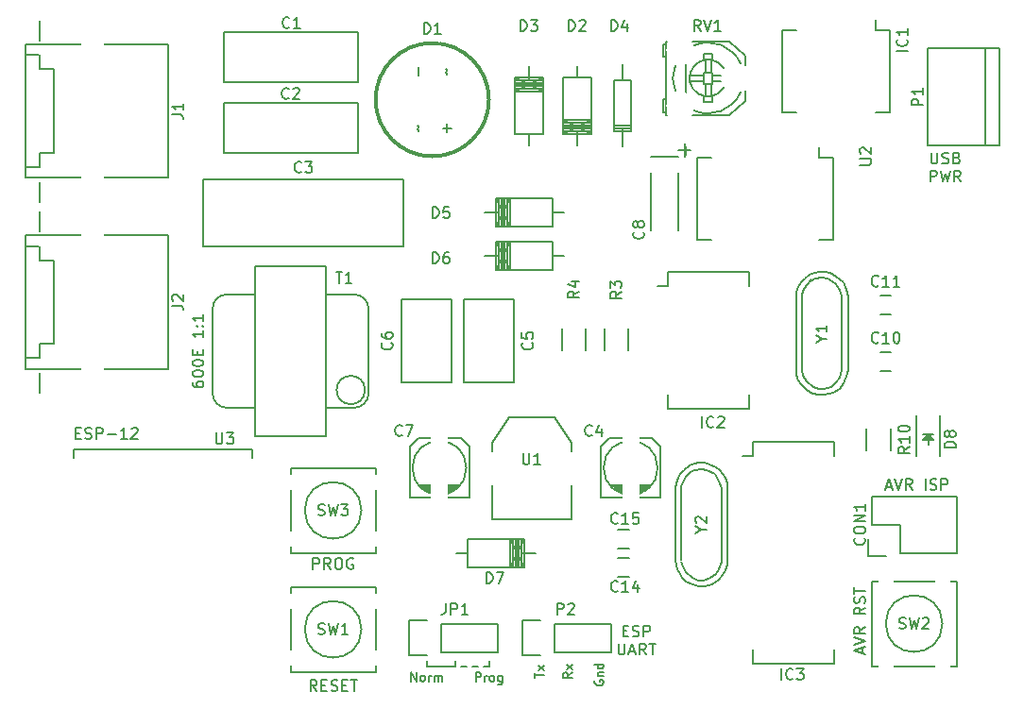
<source format=gto>
G04 #@! TF.FileFunction,Legend,Top*
%FSLAX46Y46*%
G04 Gerber Fmt 4.6, Leading zero omitted, Abs format (unit mm)*
G04 Created by KiCad (PCBNEW 4.0.2+dfsg1-stable) date Sat Feb 27 20:39:48 2016*
%MOMM*%
G01*
G04 APERTURE LIST*
%ADD10C,0.150000*%
%ADD11C,0.200000*%
%ADD12C,0.152400*%
%ADD13C,0.300000*%
%ADD14R,2.500000X1.100000*%
%ADD15O,2.500000X1.100000*%
%ADD16R,1.727200X2.032000*%
%ADD17O,1.727200X2.032000*%
%ADD18C,1.699260*%
%ADD19R,1.699260X1.699260*%
%ADD20R,1.800860X1.597660*%
%ADD21R,1.400000X1.400000*%
%ADD22C,1.400000*%
%ADD23R,1.700000X2.000000*%
%ADD24R,1.500000X1.250000*%
%ADD25R,1.600200X2.999740*%
%ADD26C,1.501140*%
%ADD27O,1.600000X1.600000*%
%ADD28R,3.657600X2.032000*%
%ADD29R,1.016000X2.032000*%
%ADD30C,1.397000*%
%ADD31C,2.499360*%
%ADD32C,1.998980*%
%ADD33R,1.998980X1.998980*%
%ADD34R,1.727200X1.727200*%
%ADD35O,1.727200X1.727200*%
%ADD36C,1.524000*%
%ADD37R,1.350000X0.400000*%
%ADD38C,1.250000*%
%ADD39C,1.550000*%
%ADD40C,2.000000*%
%ADD41R,1.501140X2.999740*%
G04 APERTURE END LIST*
D10*
D11*
X203289047Y-172827905D02*
X203289047Y-172027905D01*
X203593809Y-172027905D01*
X203670000Y-172066000D01*
X203708095Y-172104095D01*
X203746190Y-172180286D01*
X203746190Y-172294571D01*
X203708095Y-172370762D01*
X203670000Y-172408857D01*
X203593809Y-172446952D01*
X203289047Y-172446952D01*
X204089047Y-172827905D02*
X204089047Y-172294571D01*
X204089047Y-172446952D02*
X204127142Y-172370762D01*
X204165238Y-172332667D01*
X204241428Y-172294571D01*
X204317619Y-172294571D01*
X204698571Y-172827905D02*
X204622380Y-172789810D01*
X204584285Y-172751714D01*
X204546190Y-172675524D01*
X204546190Y-172446952D01*
X204584285Y-172370762D01*
X204622380Y-172332667D01*
X204698571Y-172294571D01*
X204812857Y-172294571D01*
X204889047Y-172332667D01*
X204927142Y-172370762D01*
X204965238Y-172446952D01*
X204965238Y-172675524D01*
X204927142Y-172751714D01*
X204889047Y-172789810D01*
X204812857Y-172827905D01*
X204698571Y-172827905D01*
X205650952Y-172294571D02*
X205650952Y-172942190D01*
X205612857Y-173018381D01*
X205574762Y-173056476D01*
X205498571Y-173094571D01*
X205384286Y-173094571D01*
X205308095Y-173056476D01*
X205650952Y-172789810D02*
X205574762Y-172827905D01*
X205422381Y-172827905D01*
X205346190Y-172789810D01*
X205308095Y-172751714D01*
X205270000Y-172675524D01*
X205270000Y-172446952D01*
X205308095Y-172370762D01*
X205346190Y-172332667D01*
X205422381Y-172294571D01*
X205574762Y-172294571D01*
X205650952Y-172332667D01*
X204470000Y-171450000D02*
X204470000Y-170942000D01*
X203962000Y-171450000D02*
X204470000Y-171450000D01*
X202946000Y-171450000D02*
X203454000Y-171450000D01*
X201930000Y-171450000D02*
X202438000Y-171450000D01*
X201422000Y-171450000D02*
X201422000Y-170942000D01*
X198882000Y-171450000D02*
X201422000Y-171450000D01*
X198882000Y-170942000D02*
X198882000Y-171450000D01*
X167418095Y-150550571D02*
X167751429Y-150550571D01*
X167894286Y-151074381D02*
X167418095Y-151074381D01*
X167418095Y-150074381D01*
X167894286Y-150074381D01*
X168275238Y-151026762D02*
X168418095Y-151074381D01*
X168656191Y-151074381D01*
X168751429Y-151026762D01*
X168799048Y-150979143D01*
X168846667Y-150883905D01*
X168846667Y-150788667D01*
X168799048Y-150693429D01*
X168751429Y-150645810D01*
X168656191Y-150598190D01*
X168465714Y-150550571D01*
X168370476Y-150502952D01*
X168322857Y-150455333D01*
X168275238Y-150360095D01*
X168275238Y-150264857D01*
X168322857Y-150169619D01*
X168370476Y-150122000D01*
X168465714Y-150074381D01*
X168703810Y-150074381D01*
X168846667Y-150122000D01*
X169275238Y-151074381D02*
X169275238Y-150074381D01*
X169656191Y-150074381D01*
X169751429Y-150122000D01*
X169799048Y-150169619D01*
X169846667Y-150264857D01*
X169846667Y-150407714D01*
X169799048Y-150502952D01*
X169751429Y-150550571D01*
X169656191Y-150598190D01*
X169275238Y-150598190D01*
X170275238Y-150693429D02*
X171037143Y-150693429D01*
X172037143Y-151074381D02*
X171465714Y-151074381D01*
X171751428Y-151074381D02*
X171751428Y-150074381D01*
X171656190Y-150217238D01*
X171560952Y-150312476D01*
X171465714Y-150360095D01*
X172418095Y-150169619D02*
X172465714Y-150122000D01*
X172560952Y-150074381D01*
X172799048Y-150074381D01*
X172894286Y-150122000D01*
X172941905Y-150169619D01*
X172989524Y-150264857D01*
X172989524Y-150360095D01*
X172941905Y-150502952D01*
X172370476Y-151074381D01*
X172989524Y-151074381D01*
X216487524Y-168292571D02*
X216820858Y-168292571D01*
X216963715Y-168816381D02*
X216487524Y-168816381D01*
X216487524Y-167816381D01*
X216963715Y-167816381D01*
X217344667Y-168768762D02*
X217487524Y-168816381D01*
X217725620Y-168816381D01*
X217820858Y-168768762D01*
X217868477Y-168721143D01*
X217916096Y-168625905D01*
X217916096Y-168530667D01*
X217868477Y-168435429D01*
X217820858Y-168387810D01*
X217725620Y-168340190D01*
X217535143Y-168292571D01*
X217439905Y-168244952D01*
X217392286Y-168197333D01*
X217344667Y-168102095D01*
X217344667Y-168006857D01*
X217392286Y-167911619D01*
X217439905Y-167864000D01*
X217535143Y-167816381D01*
X217773239Y-167816381D01*
X217916096Y-167864000D01*
X218344667Y-168816381D02*
X218344667Y-167816381D01*
X218725620Y-167816381D01*
X218820858Y-167864000D01*
X218868477Y-167911619D01*
X218916096Y-168006857D01*
X218916096Y-168149714D01*
X218868477Y-168244952D01*
X218820858Y-168292571D01*
X218725620Y-168340190D01*
X218344667Y-168340190D01*
X216082762Y-169416381D02*
X216082762Y-170225905D01*
X216130381Y-170321143D01*
X216178000Y-170368762D01*
X216273238Y-170416381D01*
X216463715Y-170416381D01*
X216558953Y-170368762D01*
X216606572Y-170321143D01*
X216654191Y-170225905D01*
X216654191Y-169416381D01*
X217082762Y-170130667D02*
X217558953Y-170130667D01*
X216987524Y-170416381D02*
X217320857Y-169416381D01*
X217654191Y-170416381D01*
X218558953Y-170416381D02*
X218225619Y-169940190D01*
X217987524Y-170416381D02*
X217987524Y-169416381D01*
X218368477Y-169416381D01*
X218463715Y-169464000D01*
X218511334Y-169511619D01*
X218558953Y-169606857D01*
X218558953Y-169749714D01*
X218511334Y-169844952D01*
X218463715Y-169892571D01*
X218368477Y-169940190D01*
X217987524Y-169940190D01*
X218844667Y-169416381D02*
X219416096Y-169416381D01*
X219130381Y-170416381D02*
X219130381Y-169416381D01*
X244102095Y-125398381D02*
X244102095Y-126207905D01*
X244149714Y-126303143D01*
X244197333Y-126350762D01*
X244292571Y-126398381D01*
X244483048Y-126398381D01*
X244578286Y-126350762D01*
X244625905Y-126303143D01*
X244673524Y-126207905D01*
X244673524Y-125398381D01*
X245102095Y-126350762D02*
X245244952Y-126398381D01*
X245483048Y-126398381D01*
X245578286Y-126350762D01*
X245625905Y-126303143D01*
X245673524Y-126207905D01*
X245673524Y-126112667D01*
X245625905Y-126017429D01*
X245578286Y-125969810D01*
X245483048Y-125922190D01*
X245292571Y-125874571D01*
X245197333Y-125826952D01*
X245149714Y-125779333D01*
X245102095Y-125684095D01*
X245102095Y-125588857D01*
X245149714Y-125493619D01*
X245197333Y-125446000D01*
X245292571Y-125398381D01*
X245530667Y-125398381D01*
X245673524Y-125446000D01*
X246435429Y-125874571D02*
X246578286Y-125922190D01*
X246625905Y-125969810D01*
X246673524Y-126065048D01*
X246673524Y-126207905D01*
X246625905Y-126303143D01*
X246578286Y-126350762D01*
X246483048Y-126398381D01*
X246102095Y-126398381D01*
X246102095Y-125398381D01*
X246435429Y-125398381D01*
X246530667Y-125446000D01*
X246578286Y-125493619D01*
X246625905Y-125588857D01*
X246625905Y-125684095D01*
X246578286Y-125779333D01*
X246530667Y-125826952D01*
X246435429Y-125874571D01*
X246102095Y-125874571D01*
X244030667Y-127998381D02*
X244030667Y-126998381D01*
X244411620Y-126998381D01*
X244506858Y-127046000D01*
X244554477Y-127093619D01*
X244602096Y-127188857D01*
X244602096Y-127331714D01*
X244554477Y-127426952D01*
X244506858Y-127474571D01*
X244411620Y-127522190D01*
X244030667Y-127522190D01*
X244935429Y-126998381D02*
X245173524Y-127998381D01*
X245364001Y-127284095D01*
X245554477Y-127998381D01*
X245792572Y-126998381D01*
X246744953Y-127998381D02*
X246411619Y-127522190D01*
X246173524Y-127998381D02*
X246173524Y-126998381D01*
X246554477Y-126998381D01*
X246649715Y-127046000D01*
X246697334Y-127093619D01*
X246744953Y-127188857D01*
X246744953Y-127331714D01*
X246697334Y-127426952D01*
X246649715Y-127474571D01*
X246554477Y-127522190D01*
X246173524Y-127522190D01*
X237910667Y-170290762D02*
X237910667Y-169814571D01*
X238196381Y-170386000D02*
X237196381Y-170052667D01*
X238196381Y-169719333D01*
X237196381Y-169528857D02*
X238196381Y-169195524D01*
X237196381Y-168862190D01*
X238196381Y-167957428D02*
X237720190Y-168290762D01*
X238196381Y-168528857D02*
X237196381Y-168528857D01*
X237196381Y-168147904D01*
X237244000Y-168052666D01*
X237291619Y-168005047D01*
X237386857Y-167957428D01*
X237529714Y-167957428D01*
X237624952Y-168005047D01*
X237672571Y-168052666D01*
X237720190Y-168147904D01*
X237720190Y-168528857D01*
X238196381Y-166195523D02*
X237720190Y-166528857D01*
X238196381Y-166766952D02*
X237196381Y-166766952D01*
X237196381Y-166385999D01*
X237244000Y-166290761D01*
X237291619Y-166243142D01*
X237386857Y-166195523D01*
X237529714Y-166195523D01*
X237624952Y-166243142D01*
X237672571Y-166290761D01*
X237720190Y-166385999D01*
X237720190Y-166766952D01*
X238148762Y-165814571D02*
X238196381Y-165671714D01*
X238196381Y-165433618D01*
X238148762Y-165338380D01*
X238101143Y-165290761D01*
X238005905Y-165243142D01*
X237910667Y-165243142D01*
X237815429Y-165290761D01*
X237767810Y-165338380D01*
X237720190Y-165433618D01*
X237672571Y-165624095D01*
X237624952Y-165719333D01*
X237577333Y-165766952D01*
X237482095Y-165814571D01*
X237386857Y-165814571D01*
X237291619Y-165766952D01*
X237244000Y-165719333D01*
X237196381Y-165624095D01*
X237196381Y-165385999D01*
X237244000Y-165243142D01*
X237196381Y-164957428D02*
X237196381Y-164385999D01*
X238196381Y-164671714D02*
X237196381Y-164671714D01*
X240062095Y-155360667D02*
X240538286Y-155360667D01*
X239966857Y-155646381D02*
X240300190Y-154646381D01*
X240633524Y-155646381D01*
X240824000Y-154646381D02*
X241157333Y-155646381D01*
X241490667Y-154646381D01*
X242395429Y-155646381D02*
X242062095Y-155170190D01*
X241824000Y-155646381D02*
X241824000Y-154646381D01*
X242204953Y-154646381D01*
X242300191Y-154694000D01*
X242347810Y-154741619D01*
X242395429Y-154836857D01*
X242395429Y-154979714D01*
X242347810Y-155074952D01*
X242300191Y-155122571D01*
X242204953Y-155170190D01*
X241824000Y-155170190D01*
X243585905Y-155646381D02*
X243585905Y-154646381D01*
X244014476Y-155598762D02*
X244157333Y-155646381D01*
X244395429Y-155646381D01*
X244490667Y-155598762D01*
X244538286Y-155551143D01*
X244585905Y-155455905D01*
X244585905Y-155360667D01*
X244538286Y-155265429D01*
X244490667Y-155217810D01*
X244395429Y-155170190D01*
X244204952Y-155122571D01*
X244109714Y-155074952D01*
X244062095Y-155027333D01*
X244014476Y-154932095D01*
X244014476Y-154836857D01*
X244062095Y-154741619D01*
X244109714Y-154694000D01*
X244204952Y-154646381D01*
X244443048Y-154646381D01*
X244585905Y-154694000D01*
X245014476Y-155646381D02*
X245014476Y-154646381D01*
X245395429Y-154646381D01*
X245490667Y-154694000D01*
X245538286Y-154741619D01*
X245585905Y-154836857D01*
X245585905Y-154979714D01*
X245538286Y-155074952D01*
X245490667Y-155122571D01*
X245395429Y-155170190D01*
X245014476Y-155170190D01*
X213976000Y-172726286D02*
X213937905Y-172802477D01*
X213937905Y-172916762D01*
X213976000Y-173031048D01*
X214052190Y-173107239D01*
X214128381Y-173145334D01*
X214280762Y-173183429D01*
X214395048Y-173183429D01*
X214547429Y-173145334D01*
X214623619Y-173107239D01*
X214699810Y-173031048D01*
X214737905Y-172916762D01*
X214737905Y-172840572D01*
X214699810Y-172726286D01*
X214661714Y-172688191D01*
X214395048Y-172688191D01*
X214395048Y-172840572D01*
X214204571Y-172345334D02*
X214737905Y-172345334D01*
X214280762Y-172345334D02*
X214242667Y-172307239D01*
X214204571Y-172231048D01*
X214204571Y-172116762D01*
X214242667Y-172040572D01*
X214318857Y-172002477D01*
X214737905Y-172002477D01*
X214737905Y-171278667D02*
X213937905Y-171278667D01*
X214699810Y-171278667D02*
X214737905Y-171354857D01*
X214737905Y-171507238D01*
X214699810Y-171583429D01*
X214661714Y-171621524D01*
X214585524Y-171659619D01*
X214356952Y-171659619D01*
X214280762Y-171621524D01*
X214242667Y-171583429D01*
X214204571Y-171507238D01*
X214204571Y-171354857D01*
X214242667Y-171278667D01*
X211943905Y-172034190D02*
X211562952Y-172300857D01*
X211943905Y-172491333D02*
X211143905Y-172491333D01*
X211143905Y-172186571D01*
X211182000Y-172110380D01*
X211220095Y-172072285D01*
X211296286Y-172034190D01*
X211410571Y-172034190D01*
X211486762Y-172072285D01*
X211524857Y-172110380D01*
X211562952Y-172186571D01*
X211562952Y-172491333D01*
X211943905Y-171767523D02*
X211410571Y-171348476D01*
X211410571Y-171767523D02*
X211943905Y-171348476D01*
X208603905Y-172510381D02*
X208603905Y-172053238D01*
X209403905Y-172281809D02*
X208603905Y-172281809D01*
X209403905Y-171862761D02*
X208870571Y-171443714D01*
X208870571Y-171862761D02*
X209403905Y-171443714D01*
X197510571Y-172827905D02*
X197510571Y-172027905D01*
X197967714Y-172827905D01*
X197967714Y-172027905D01*
X198462952Y-172827905D02*
X198386761Y-172789810D01*
X198348666Y-172751714D01*
X198310571Y-172675524D01*
X198310571Y-172446952D01*
X198348666Y-172370762D01*
X198386761Y-172332667D01*
X198462952Y-172294571D01*
X198577238Y-172294571D01*
X198653428Y-172332667D01*
X198691523Y-172370762D01*
X198729619Y-172446952D01*
X198729619Y-172675524D01*
X198691523Y-172751714D01*
X198653428Y-172789810D01*
X198577238Y-172827905D01*
X198462952Y-172827905D01*
X199072476Y-172827905D02*
X199072476Y-172294571D01*
X199072476Y-172446952D02*
X199110571Y-172370762D01*
X199148667Y-172332667D01*
X199224857Y-172294571D01*
X199301048Y-172294571D01*
X199567714Y-172827905D02*
X199567714Y-172294571D01*
X199567714Y-172370762D02*
X199605809Y-172332667D01*
X199682000Y-172294571D01*
X199796286Y-172294571D01*
X199872476Y-172332667D01*
X199910571Y-172408857D01*
X199910571Y-172827905D01*
X199910571Y-172408857D02*
X199948667Y-172332667D01*
X200024857Y-172294571D01*
X200139143Y-172294571D01*
X200215333Y-172332667D01*
X200253428Y-172408857D01*
X200253428Y-172827905D01*
X189047619Y-173680381D02*
X188714285Y-173204190D01*
X188476190Y-173680381D02*
X188476190Y-172680381D01*
X188857143Y-172680381D01*
X188952381Y-172728000D01*
X189000000Y-172775619D01*
X189047619Y-172870857D01*
X189047619Y-173013714D01*
X189000000Y-173108952D01*
X188952381Y-173156571D01*
X188857143Y-173204190D01*
X188476190Y-173204190D01*
X189476190Y-173156571D02*
X189809524Y-173156571D01*
X189952381Y-173680381D02*
X189476190Y-173680381D01*
X189476190Y-172680381D01*
X189952381Y-172680381D01*
X190333333Y-173632762D02*
X190476190Y-173680381D01*
X190714286Y-173680381D01*
X190809524Y-173632762D01*
X190857143Y-173585143D01*
X190904762Y-173489905D01*
X190904762Y-173394667D01*
X190857143Y-173299429D01*
X190809524Y-173251810D01*
X190714286Y-173204190D01*
X190523809Y-173156571D01*
X190428571Y-173108952D01*
X190380952Y-173061333D01*
X190333333Y-172966095D01*
X190333333Y-172870857D01*
X190380952Y-172775619D01*
X190428571Y-172728000D01*
X190523809Y-172680381D01*
X190761905Y-172680381D01*
X190904762Y-172728000D01*
X191333333Y-173156571D02*
X191666667Y-173156571D01*
X191809524Y-173680381D02*
X191333333Y-173680381D01*
X191333333Y-172680381D01*
X191809524Y-172680381D01*
X192095238Y-172680381D02*
X192666667Y-172680381D01*
X192380952Y-173680381D02*
X192380952Y-172680381D01*
X188714286Y-162758381D02*
X188714286Y-161758381D01*
X189095239Y-161758381D01*
X189190477Y-161806000D01*
X189238096Y-161853619D01*
X189285715Y-161948857D01*
X189285715Y-162091714D01*
X189238096Y-162186952D01*
X189190477Y-162234571D01*
X189095239Y-162282190D01*
X188714286Y-162282190D01*
X190285715Y-162758381D02*
X189952381Y-162282190D01*
X189714286Y-162758381D02*
X189714286Y-161758381D01*
X190095239Y-161758381D01*
X190190477Y-161806000D01*
X190238096Y-161853619D01*
X190285715Y-161948857D01*
X190285715Y-162091714D01*
X190238096Y-162186952D01*
X190190477Y-162234571D01*
X190095239Y-162282190D01*
X189714286Y-162282190D01*
X190904762Y-161758381D02*
X191095239Y-161758381D01*
X191190477Y-161806000D01*
X191285715Y-161901238D01*
X191333334Y-162091714D01*
X191333334Y-162425048D01*
X191285715Y-162615524D01*
X191190477Y-162710762D01*
X191095239Y-162758381D01*
X190904762Y-162758381D01*
X190809524Y-162710762D01*
X190714286Y-162615524D01*
X190666667Y-162425048D01*
X190666667Y-162091714D01*
X190714286Y-161901238D01*
X190809524Y-161806000D01*
X190904762Y-161758381D01*
X192285715Y-161806000D02*
X192190477Y-161758381D01*
X192047620Y-161758381D01*
X191904762Y-161806000D01*
X191809524Y-161901238D01*
X191761905Y-161996476D01*
X191714286Y-162186952D01*
X191714286Y-162329810D01*
X191761905Y-162520286D01*
X191809524Y-162615524D01*
X191904762Y-162710762D01*
X192047620Y-162758381D01*
X192142858Y-162758381D01*
X192285715Y-162710762D01*
X192333334Y-162663143D01*
X192333334Y-162329810D01*
X192142858Y-162329810D01*
D12*
X183291000Y-152811000D02*
X183291000Y-152049000D01*
X183291000Y-152049000D02*
X167289000Y-152049000D01*
X167289000Y-152049000D02*
X167289000Y-152811000D01*
D10*
X210312000Y-170180000D02*
X215392000Y-170180000D01*
X215392000Y-170180000D02*
X215392000Y-167640000D01*
X215392000Y-167640000D02*
X210312000Y-167640000D01*
X207492000Y-167360000D02*
X209042000Y-167360000D01*
X210312000Y-167640000D02*
X210312000Y-170180000D01*
X209042000Y-170460000D02*
X207492000Y-170460000D01*
X207492000Y-170460000D02*
X207492000Y-167360000D01*
X216408000Y-118872000D02*
X216408000Y-117475000D01*
X216408000Y-123317000D02*
X216408000Y-124841000D01*
X215646000Y-122936000D02*
X217170000Y-122936000D01*
X215646000Y-123190000D02*
X217170000Y-123190000D01*
X216408000Y-123444000D02*
X217170000Y-123444000D01*
X217170000Y-123444000D02*
X217170000Y-118872000D01*
X217170000Y-118872000D02*
X215646000Y-118872000D01*
X215646000Y-118872000D02*
X215646000Y-123444000D01*
X215646000Y-123444000D02*
X216408000Y-123444000D01*
X242790000Y-148980000D02*
X242790000Y-152580000D01*
X244890000Y-148980000D02*
X244890000Y-152580000D01*
X244140000Y-151030000D02*
X243540000Y-151030000D01*
X243540000Y-151030000D02*
X243840000Y-150730000D01*
X243840000Y-150730000D02*
X244040000Y-150930000D01*
X244040000Y-150930000D02*
X243790000Y-150930000D01*
X243790000Y-150930000D02*
X243840000Y-150880000D01*
X244340000Y-150630000D02*
X243340000Y-150630000D01*
X243840000Y-151130000D02*
X243840000Y-151630000D01*
X243840000Y-150630000D02*
X244340000Y-151130000D01*
X244340000Y-151130000D02*
X243340000Y-151130000D01*
X243340000Y-151130000D02*
X243840000Y-150630000D01*
X196632000Y-146030000D02*
X196632000Y-138530000D01*
X196632000Y-138530000D02*
X201132000Y-138530000D01*
X201132000Y-138530000D02*
X201132000Y-146030000D01*
X201132000Y-146030000D02*
X196632000Y-146030000D01*
X206720000Y-138530000D02*
X206720000Y-146030000D01*
X206720000Y-146030000D02*
X202220000Y-146030000D01*
X202220000Y-146030000D02*
X202220000Y-138530000D01*
X202220000Y-138530000D02*
X206720000Y-138530000D01*
X213165000Y-141145000D02*
X213165000Y-143145000D01*
X211015000Y-143145000D02*
X211015000Y-141145000D01*
X214825000Y-143145000D02*
X214825000Y-141145000D01*
X216975000Y-141145000D02*
X216975000Y-143145000D01*
X238320000Y-152130000D02*
X238320000Y-150130000D01*
X240470000Y-150130000D02*
X240470000Y-152130000D01*
X216035000Y-160870000D02*
X217035000Y-160870000D01*
X217035000Y-159170000D02*
X216035000Y-159170000D01*
X216035000Y-163410000D02*
X217035000Y-163410000D01*
X217035000Y-161710000D02*
X216035000Y-161710000D01*
X240530000Y-138215000D02*
X239530000Y-138215000D01*
X239530000Y-139915000D02*
X240530000Y-139915000D01*
X240530000Y-143295000D02*
X239530000Y-143295000D01*
X239530000Y-144995000D02*
X240530000Y-144995000D01*
X199390000Y-155956000D02*
X200787000Y-155956000D01*
X199136000Y-155829000D02*
X200914000Y-155829000D01*
X198755000Y-155702000D02*
X201295000Y-155702000D01*
X201422000Y-155575000D02*
X198628000Y-155575000D01*
X198501000Y-155448000D02*
X201549000Y-155448000D01*
X201676000Y-155321000D02*
X198374000Y-155321000D01*
X198247000Y-155194000D02*
X201803000Y-155194000D01*
X197358000Y-156337000D02*
X197358000Y-151765000D01*
X197358000Y-151765000D02*
X198120000Y-151003000D01*
X198120000Y-151003000D02*
X201930000Y-151003000D01*
X201930000Y-151003000D02*
X202692000Y-151765000D01*
X202692000Y-151765000D02*
X202692000Y-156337000D01*
X202692000Y-156337000D02*
X197358000Y-156337000D01*
X200025000Y-151511000D02*
X200025000Y-152273000D01*
X199644000Y-151892000D02*
X200406000Y-151892000D01*
X202438000Y-153670000D02*
G75*
G03X202438000Y-153670000I-2413000J0D01*
G01*
X216535000Y-155956000D02*
X217932000Y-155956000D01*
X216281000Y-155829000D02*
X218059000Y-155829000D01*
X215900000Y-155702000D02*
X218440000Y-155702000D01*
X218567000Y-155575000D02*
X215773000Y-155575000D01*
X215646000Y-155448000D02*
X218694000Y-155448000D01*
X218821000Y-155321000D02*
X215519000Y-155321000D01*
X215392000Y-155194000D02*
X218948000Y-155194000D01*
X214503000Y-156337000D02*
X214503000Y-151765000D01*
X214503000Y-151765000D02*
X215265000Y-151003000D01*
X215265000Y-151003000D02*
X219075000Y-151003000D01*
X219075000Y-151003000D02*
X219837000Y-151765000D01*
X219837000Y-151765000D02*
X219837000Y-156337000D01*
X219837000Y-156337000D02*
X214503000Y-156337000D01*
X217170000Y-151511000D02*
X217170000Y-152273000D01*
X216789000Y-151892000D02*
X217551000Y-151892000D01*
X219583000Y-153670000D02*
G75*
G03X219583000Y-153670000I-2413000J0D01*
G01*
X222519240Y-154051000D02*
X222920560Y-153850340D01*
X222920560Y-153850340D02*
X223520000Y-153748740D01*
X223520000Y-153748740D02*
X224020380Y-153850340D01*
X224020380Y-153850340D02*
X224718880Y-154249120D01*
X224718880Y-154249120D02*
X225120200Y-154851100D01*
X225120200Y-154851100D02*
X225320860Y-155450540D01*
X225320860Y-155450540D02*
X225320860Y-162049460D01*
X225320860Y-162049460D02*
X225120200Y-162750500D01*
X225120200Y-162750500D02*
X224820480Y-163149280D01*
X224820480Y-163149280D02*
X224320100Y-163550600D01*
X224320100Y-163550600D02*
X223720660Y-163751260D01*
X223720660Y-163751260D02*
X223220280Y-163751260D01*
X223220280Y-163751260D02*
X222719900Y-163550600D01*
X222719900Y-163550600D02*
X222120460Y-163050220D01*
X222120460Y-163050220D02*
X221820740Y-162549840D01*
X221820740Y-162549840D02*
X221719140Y-162049460D01*
X221719140Y-161950400D02*
X221719140Y-155348940D01*
X221719140Y-155348940D02*
X221820740Y-154950160D01*
X221820740Y-154950160D02*
X222120460Y-154449780D01*
X222120460Y-154449780D02*
X222620840Y-153949400D01*
X221190820Y-161940240D02*
X221239080Y-162399980D01*
X221239080Y-162399980D02*
X221350840Y-162798760D01*
X221350840Y-162798760D02*
X221569280Y-163230560D01*
X221569280Y-163230560D02*
X221800420Y-163520120D01*
X221800420Y-163520120D02*
X222150940Y-163850320D01*
X222150940Y-163850320D02*
X222689420Y-164139880D01*
X222689420Y-164139880D02*
X223288860Y-164269420D01*
X223288860Y-164269420D02*
X223799400Y-164269420D01*
X223799400Y-164269420D02*
X224500440Y-164099240D01*
X224500440Y-164099240D02*
X225089720Y-163700460D01*
X225089720Y-163700460D02*
X225460560Y-163240720D01*
X225460560Y-163240720D02*
X225668840Y-162819080D01*
X225668840Y-162819080D02*
X225828860Y-162369500D01*
X225828860Y-162369500D02*
X225859340Y-161930080D01*
X225640900Y-154589480D02*
X225419920Y-154211020D01*
X225419920Y-154211020D02*
X225140520Y-153890980D01*
X225140520Y-153890980D02*
X224810320Y-153639520D01*
X224810320Y-153639520D02*
X224259140Y-153339800D01*
X224259140Y-153339800D02*
X223789240Y-153230580D01*
X223789240Y-153230580D02*
X223329500Y-153210260D01*
X223329500Y-153210260D02*
X222869760Y-153299160D01*
X222869760Y-153299160D02*
X222420180Y-153489660D01*
X222420180Y-153489660D02*
X221950280Y-153850340D01*
X221950280Y-153850340D02*
X221630240Y-154200860D01*
X221630240Y-154200860D02*
X221399100Y-154589480D01*
X221399100Y-154589480D02*
X221259400Y-155018740D01*
X221259400Y-155018740D02*
X221190820Y-155460700D01*
X225849180Y-161950400D02*
X225849180Y-155498800D01*
X225849180Y-155498800D02*
X225811080Y-155079700D01*
X225811080Y-155079700D02*
X225640900Y-154589480D01*
X221190820Y-161950400D02*
X221190820Y-155498800D01*
X233314240Y-136906000D02*
X233715560Y-136705340D01*
X233715560Y-136705340D02*
X234315000Y-136603740D01*
X234315000Y-136603740D02*
X234815380Y-136705340D01*
X234815380Y-136705340D02*
X235513880Y-137104120D01*
X235513880Y-137104120D02*
X235915200Y-137706100D01*
X235915200Y-137706100D02*
X236115860Y-138305540D01*
X236115860Y-138305540D02*
X236115860Y-144904460D01*
X236115860Y-144904460D02*
X235915200Y-145605500D01*
X235915200Y-145605500D02*
X235615480Y-146004280D01*
X235615480Y-146004280D02*
X235115100Y-146405600D01*
X235115100Y-146405600D02*
X234515660Y-146606260D01*
X234515660Y-146606260D02*
X234015280Y-146606260D01*
X234015280Y-146606260D02*
X233514900Y-146405600D01*
X233514900Y-146405600D02*
X232915460Y-145905220D01*
X232915460Y-145905220D02*
X232615740Y-145404840D01*
X232615740Y-145404840D02*
X232514140Y-144904460D01*
X232514140Y-144805400D02*
X232514140Y-138203940D01*
X232514140Y-138203940D02*
X232615740Y-137805160D01*
X232615740Y-137805160D02*
X232915460Y-137304780D01*
X232915460Y-137304780D02*
X233415840Y-136804400D01*
X231985820Y-144795240D02*
X232034080Y-145254980D01*
X232034080Y-145254980D02*
X232145840Y-145653760D01*
X232145840Y-145653760D02*
X232364280Y-146085560D01*
X232364280Y-146085560D02*
X232595420Y-146375120D01*
X232595420Y-146375120D02*
X232945940Y-146705320D01*
X232945940Y-146705320D02*
X233484420Y-146994880D01*
X233484420Y-146994880D02*
X234083860Y-147124420D01*
X234083860Y-147124420D02*
X234594400Y-147124420D01*
X234594400Y-147124420D02*
X235295440Y-146954240D01*
X235295440Y-146954240D02*
X235884720Y-146555460D01*
X235884720Y-146555460D02*
X236255560Y-146095720D01*
X236255560Y-146095720D02*
X236463840Y-145674080D01*
X236463840Y-145674080D02*
X236623860Y-145224500D01*
X236623860Y-145224500D02*
X236654340Y-144785080D01*
X236435900Y-137444480D02*
X236214920Y-137066020D01*
X236214920Y-137066020D02*
X235935520Y-136745980D01*
X235935520Y-136745980D02*
X235605320Y-136494520D01*
X235605320Y-136494520D02*
X235054140Y-136194800D01*
X235054140Y-136194800D02*
X234584240Y-136085580D01*
X234584240Y-136085580D02*
X234124500Y-136065260D01*
X234124500Y-136065260D02*
X233664760Y-136154160D01*
X233664760Y-136154160D02*
X233215180Y-136344660D01*
X233215180Y-136344660D02*
X232745280Y-136705340D01*
X232745280Y-136705340D02*
X232425240Y-137055860D01*
X232425240Y-137055860D02*
X232194100Y-137444480D01*
X232194100Y-137444480D02*
X232054400Y-137873740D01*
X232054400Y-137873740D02*
X231985820Y-138315700D01*
X236644180Y-144805400D02*
X236644180Y-138353800D01*
X236644180Y-138353800D02*
X236606080Y-137934700D01*
X236606080Y-137934700D02*
X236435900Y-137444480D01*
X231985820Y-144805400D02*
X231985820Y-138353800D01*
X235340000Y-125865000D02*
X234070000Y-125865000D01*
X235340000Y-133215000D02*
X234070000Y-133215000D01*
X223130000Y-133215000D02*
X224400000Y-133215000D01*
X223130000Y-125865000D02*
X224400000Y-125865000D01*
X235340000Y-125865000D02*
X235340000Y-133215000D01*
X223130000Y-125865000D02*
X223130000Y-133215000D01*
X234070000Y-125865000D02*
X234070000Y-124930000D01*
X204724000Y-155194000D02*
X204724000Y-158242000D01*
X204724000Y-158242000D02*
X211836000Y-158242000D01*
X211836000Y-158242000D02*
X211836000Y-155194000D01*
X204724000Y-152146000D02*
X204724000Y-151384000D01*
X204724000Y-151384000D02*
X206248000Y-149098000D01*
X206248000Y-149098000D02*
X210312000Y-149098000D01*
X210312000Y-149098000D02*
X211836000Y-151384000D01*
X211836000Y-151384000D02*
X211836000Y-152146000D01*
X193040000Y-157480000D02*
G75*
G03X193040000Y-157480000I-2540000J0D01*
G01*
X186690000Y-153670000D02*
X194310000Y-153670000D01*
X194310000Y-153670000D02*
X194310000Y-161290000D01*
X194310000Y-161290000D02*
X186690000Y-161290000D01*
X186690000Y-153670000D02*
X186690000Y-161290000D01*
X245110000Y-167640000D02*
G75*
G03X245110000Y-167640000I-2540000J0D01*
G01*
X238760000Y-171450000D02*
X238760000Y-163830000D01*
X238760000Y-163830000D02*
X246380000Y-163830000D01*
X246380000Y-163830000D02*
X246380000Y-171450000D01*
X238760000Y-171450000D02*
X246380000Y-171450000D01*
X193040000Y-168148000D02*
G75*
G03X193040000Y-168148000I-2540000J0D01*
G01*
X186690000Y-164338000D02*
X194310000Y-164338000D01*
X194310000Y-164338000D02*
X194310000Y-171958000D01*
X194310000Y-171958000D02*
X186690000Y-171958000D01*
X186690000Y-164338000D02*
X186690000Y-171958000D01*
X224495360Y-118450360D02*
X225257360Y-118450360D01*
X224495360Y-118958360D02*
X225257360Y-118958360D01*
X222463360Y-118450360D02*
G75*
G03X223860360Y-120355360I1651000J-254000D01*
G01*
X223987360Y-117053360D02*
G75*
G03X222463360Y-118831360I127000J-1651000D01*
G01*
X223225360Y-120101360D02*
G75*
G03X225511360Y-119593360I889000J1397000D01*
G01*
X225511360Y-117815360D02*
G75*
G03X223225360Y-117307360I-1397000J-889000D01*
G01*
X220304360Y-115402360D02*
X220431360Y-115402360D01*
X224114360Y-115402360D02*
X222717360Y-115402360D01*
X220304360Y-122006360D02*
X220431360Y-122006360D01*
X224114360Y-122006360D02*
X222717360Y-122006360D01*
X221193360Y-117561360D02*
X221066360Y-117942360D01*
X221066360Y-117942360D02*
X220939360Y-118704360D01*
X220939360Y-118704360D02*
X221066360Y-119466360D01*
X221066360Y-119466360D02*
X221193360Y-119847360D01*
X222082360Y-117434360D02*
X222082360Y-119974360D01*
X222844360Y-121625360D02*
G75*
G03X227035360Y-119974360I1270000J2921000D01*
G01*
X227035360Y-117434360D02*
G75*
G03X222844360Y-115783360I-2921000J-1270000D01*
G01*
X227416360Y-120736360D02*
X227416360Y-119847360D01*
X227416360Y-117561360D02*
X227416360Y-116672360D01*
X224495360Y-120355360D02*
X224495360Y-120863360D01*
X224495360Y-120863360D02*
X223733360Y-120863360D01*
X223733360Y-120863360D02*
X223733360Y-120355360D01*
X224495360Y-117053360D02*
X224495360Y-116545360D01*
X224495360Y-116545360D02*
X223733360Y-116545360D01*
X223733360Y-116545360D02*
X223733360Y-117053360D01*
X223860360Y-119212360D02*
X223860360Y-120355360D01*
X224368360Y-119212360D02*
X224368360Y-120355360D01*
X223860360Y-118196360D02*
X223860360Y-117053360D01*
X224368360Y-118196360D02*
X224368360Y-117053360D01*
X223733360Y-118958360D02*
X222463360Y-118958360D01*
X223733360Y-118450360D02*
X222463360Y-118450360D01*
X224495360Y-118196360D02*
X223733360Y-118196360D01*
X223733360Y-118196360D02*
X223733360Y-119212360D01*
X223733360Y-119212360D02*
X224495360Y-119212360D01*
X224495360Y-119212360D02*
X224495360Y-118196360D01*
X227416360Y-116672360D02*
X226019360Y-115402360D01*
X226019360Y-115402360D02*
X224114360Y-115402360D01*
X227416360Y-120736360D02*
X226019360Y-122006360D01*
X226019360Y-122006360D02*
X224114360Y-122006360D01*
X220304360Y-121752360D02*
X220050360Y-121752360D01*
X220050360Y-121752360D02*
X220050360Y-120609360D01*
X220050360Y-120609360D02*
X220304360Y-120609360D01*
X220304360Y-115656360D02*
X220050360Y-115656360D01*
X220050360Y-115656360D02*
X220050360Y-116799360D01*
X220050360Y-116799360D02*
X220304360Y-116799360D01*
X220304360Y-115402360D02*
X220304360Y-122006360D01*
X228100000Y-151375000D02*
X228100000Y-152645000D01*
X235450000Y-151375000D02*
X235450000Y-152645000D01*
X235450000Y-171205000D02*
X235450000Y-169935000D01*
X228100000Y-171205000D02*
X228100000Y-169935000D01*
X228100000Y-151375000D02*
X235450000Y-151375000D01*
X228100000Y-171205000D02*
X235450000Y-171205000D01*
X228100000Y-152645000D02*
X227165000Y-152645000D01*
X220480000Y-136135000D02*
X220480000Y-137405000D01*
X227830000Y-136135000D02*
X227830000Y-137405000D01*
X227830000Y-148345000D02*
X227830000Y-147075000D01*
X220480000Y-148345000D02*
X220480000Y-147075000D01*
X220480000Y-136135000D02*
X227830000Y-136135000D01*
X220480000Y-148345000D02*
X227830000Y-148345000D01*
X220480000Y-137405000D02*
X219545000Y-137405000D01*
X240420000Y-114435000D02*
X239150000Y-114435000D01*
X240420000Y-121785000D02*
X239150000Y-121785000D01*
X230750000Y-121785000D02*
X232020000Y-121785000D01*
X230750000Y-114435000D02*
X232020000Y-114435000D01*
X240420000Y-114435000D02*
X240420000Y-121785000D01*
X230750000Y-114435000D02*
X230750000Y-121785000D01*
X239150000Y-114435000D02*
X239150000Y-113500000D01*
X202565000Y-161292540D02*
X201549000Y-161292540D01*
X207391000Y-161292540D02*
X208661000Y-161292540D01*
X207137000Y-162562540D02*
X207137000Y-160022540D01*
X206883000Y-162562540D02*
X206883000Y-160022540D01*
X206629000Y-162562540D02*
X206629000Y-160022540D01*
X207391000Y-162562540D02*
X207391000Y-160022540D01*
X206375000Y-162562540D02*
X207645000Y-160022540D01*
X207645000Y-162562540D02*
X206375000Y-160022540D01*
X206375000Y-162562540D02*
X206375000Y-160022540D01*
X207010000Y-162562540D02*
X207010000Y-160022540D01*
X207645000Y-160022540D02*
X207645000Y-162562540D01*
X207645000Y-162562540D02*
X202565000Y-162562540D01*
X202565000Y-162562540D02*
X202565000Y-160022540D01*
X202565000Y-160022540D02*
X207645000Y-160022540D01*
X210185000Y-134620000D02*
X211201000Y-134620000D01*
X205359000Y-134620000D02*
X204089000Y-134620000D01*
X205613000Y-133350000D02*
X205613000Y-135890000D01*
X205867000Y-133350000D02*
X205867000Y-135890000D01*
X206121000Y-133350000D02*
X206121000Y-135890000D01*
X205359000Y-133350000D02*
X205359000Y-135890000D01*
X206375000Y-133350000D02*
X205105000Y-135890000D01*
X205105000Y-133350000D02*
X206375000Y-135890000D01*
X206375000Y-133350000D02*
X206375000Y-135890000D01*
X205740000Y-133350000D02*
X205740000Y-135890000D01*
X205105000Y-135890000D02*
X205105000Y-133350000D01*
X205105000Y-133350000D02*
X210185000Y-133350000D01*
X210185000Y-133350000D02*
X210185000Y-135890000D01*
X210185000Y-135890000D02*
X205105000Y-135890000D01*
X210185000Y-130794760D02*
X211201000Y-130794760D01*
X205359000Y-130794760D02*
X204089000Y-130794760D01*
X205613000Y-129524760D02*
X205613000Y-132064760D01*
X205867000Y-129524760D02*
X205867000Y-132064760D01*
X206121000Y-129524760D02*
X206121000Y-132064760D01*
X205359000Y-129524760D02*
X205359000Y-132064760D01*
X206375000Y-129524760D02*
X205105000Y-132064760D01*
X205105000Y-129524760D02*
X206375000Y-132064760D01*
X206375000Y-129524760D02*
X206375000Y-132064760D01*
X205740000Y-129524760D02*
X205740000Y-132064760D01*
X205105000Y-132064760D02*
X205105000Y-129524760D01*
X205105000Y-129524760D02*
X210185000Y-129524760D01*
X210185000Y-129524760D02*
X210185000Y-132064760D01*
X210185000Y-132064760D02*
X205105000Y-132064760D01*
X208031080Y-123698000D02*
X208031080Y-124714000D01*
X208031080Y-118872000D02*
X208031080Y-117602000D01*
X209301080Y-119126000D02*
X206761080Y-119126000D01*
X209301080Y-119380000D02*
X206761080Y-119380000D01*
X209301080Y-119634000D02*
X206761080Y-119634000D01*
X209301080Y-118872000D02*
X206761080Y-118872000D01*
X209301080Y-119888000D02*
X206761080Y-118618000D01*
X209301080Y-118618000D02*
X206761080Y-119888000D01*
X209301080Y-119888000D02*
X206761080Y-119888000D01*
X209301080Y-119253000D02*
X206761080Y-119253000D01*
X206761080Y-118618000D02*
X209301080Y-118618000D01*
X209301080Y-118618000D02*
X209301080Y-123698000D01*
X209301080Y-123698000D02*
X206761080Y-123698000D01*
X206761080Y-123698000D02*
X206761080Y-118618000D01*
X212344000Y-118618000D02*
X212344000Y-117602000D01*
X212344000Y-123444000D02*
X212344000Y-124714000D01*
X211074000Y-123190000D02*
X213614000Y-123190000D01*
X211074000Y-122936000D02*
X213614000Y-122936000D01*
X211074000Y-122682000D02*
X213614000Y-122682000D01*
X211074000Y-123444000D02*
X213614000Y-123444000D01*
X211074000Y-122428000D02*
X213614000Y-123698000D01*
X211074000Y-123698000D02*
X213614000Y-122428000D01*
X211074000Y-122428000D02*
X213614000Y-122428000D01*
X211074000Y-123063000D02*
X213614000Y-123063000D01*
X213614000Y-123698000D02*
X211074000Y-123698000D01*
X211074000Y-123698000D02*
X211074000Y-118618000D01*
X211074000Y-118618000D02*
X213614000Y-118618000D01*
X213614000Y-118618000D02*
X213614000Y-123698000D01*
X241300000Y-161290000D02*
X246380000Y-161290000D01*
X238480000Y-161570000D02*
X238480000Y-160020000D01*
X238760000Y-158750000D02*
X241300000Y-158750000D01*
X241300000Y-158750000D02*
X241300000Y-161290000D01*
X246380000Y-161290000D02*
X246380000Y-156210000D01*
X246380000Y-156210000D02*
X241300000Y-156210000D01*
X238480000Y-161570000D02*
X240030000Y-161570000D01*
X238760000Y-156210000D02*
X238760000Y-158750000D01*
X241300000Y-156210000D02*
X238760000Y-156210000D01*
X178840000Y-127810000D02*
X196840000Y-127810000D01*
X196840000Y-127810000D02*
X196840000Y-133810000D01*
X196840000Y-133810000D02*
X178840000Y-133810000D01*
X178840000Y-133810000D02*
X178840000Y-127810000D01*
X180755000Y-120940000D02*
X192755000Y-120940000D01*
X192755000Y-120940000D02*
X192755000Y-125440000D01*
X192755000Y-125440000D02*
X180755000Y-125440000D01*
X180755000Y-125440000D02*
X180755000Y-120940000D01*
X180755000Y-114590000D02*
X192755000Y-114590000D01*
X192755000Y-114590000D02*
X192755000Y-119090000D01*
X192755000Y-119090000D02*
X180755000Y-119090000D01*
X180755000Y-119090000D02*
X180755000Y-114590000D01*
D13*
X204470000Y-120650000D02*
G75*
G03X204470000Y-120650000I-5080000J0D01*
G01*
D10*
X193357500Y-146685000D02*
G75*
G03X193357500Y-146685000I-1270000J0D01*
G01*
X180975000Y-138112500D02*
X183515000Y-138112500D01*
X179705000Y-147002500D02*
X179705000Y-139382500D01*
X183515000Y-148272500D02*
X180975000Y-148272500D01*
X189865000Y-148272500D02*
X192405000Y-148272500D01*
X192405000Y-138112500D02*
X189865000Y-138112500D01*
X193675000Y-139382500D02*
X193675000Y-147002500D01*
X179705000Y-147002500D02*
G75*
G03X180975000Y-148272500I1270000J0D01*
G01*
X180975000Y-138112500D02*
G75*
G03X179705000Y-139382500I0J-1270000D01*
G01*
X192405000Y-148272500D02*
G75*
G03X193675000Y-147002500I0J1270000D01*
G01*
X193675000Y-139382500D02*
G75*
G03X192405000Y-138112500I-1270000J0D01*
G01*
X189865000Y-150812500D02*
X183515000Y-150812500D01*
X189865000Y-135572500D02*
X183515000Y-135572500D01*
X189865000Y-135572500D02*
X189865000Y-150812500D01*
X183515000Y-150812500D02*
X183515000Y-135572500D01*
X250197460Y-124746900D02*
X250197460Y-116046900D01*
X243792460Y-124746900D02*
X243792460Y-116046900D01*
X243792460Y-116046900D02*
X250197460Y-116046900D01*
X248967460Y-116046900D02*
X248967460Y-124746900D01*
X250197460Y-124746900D02*
X243792460Y-124746900D01*
X164180000Y-115310000D02*
X164180000Y-113532000D01*
X164180000Y-128010000D02*
X164180000Y-129788000D01*
X164180000Y-126660000D02*
X163010000Y-126660000D01*
X164110000Y-116660000D02*
X163010000Y-116660000D01*
X164180000Y-125390000D02*
X164180000Y-126660000D01*
X164180000Y-116660000D02*
X164180000Y-117930000D01*
X164180000Y-117930000D02*
X165450000Y-117930000D01*
X165450000Y-117930000D02*
X165450000Y-125390000D01*
X165450000Y-125390000D02*
X164180000Y-125390000D01*
X175710000Y-115660000D02*
X162924000Y-115660000D01*
X175710000Y-127664000D02*
X162924000Y-127664000D01*
X162910000Y-115660000D02*
X162924000Y-127660000D01*
X175710000Y-115660000D02*
X175710000Y-127660000D01*
X164180000Y-132430000D02*
X164180000Y-130652000D01*
X164180000Y-145130000D02*
X164180000Y-146908000D01*
X164180000Y-143780000D02*
X163010000Y-143780000D01*
X164110000Y-133780000D02*
X163010000Y-133780000D01*
X164180000Y-142510000D02*
X164180000Y-143780000D01*
X164180000Y-133780000D02*
X164180000Y-135050000D01*
X164180000Y-135050000D02*
X165450000Y-135050000D01*
X165450000Y-135050000D02*
X165450000Y-142510000D01*
X165450000Y-142510000D02*
X164180000Y-142510000D01*
X175710000Y-132780000D02*
X162924000Y-132780000D01*
X175710000Y-144784000D02*
X162924000Y-144784000D01*
X162910000Y-132780000D02*
X162924000Y-144780000D01*
X175710000Y-132780000D02*
X175710000Y-144780000D01*
X219019120Y-127193040D02*
X219019120Y-132394960D01*
X221416880Y-132394960D02*
X221416880Y-127193040D01*
X222516700Y-125194060D02*
X221416880Y-125194060D01*
X222016320Y-124594620D02*
X222016320Y-125793500D01*
X221416880Y-125798580D02*
X219019120Y-125798580D01*
X200152000Y-170180000D02*
X205232000Y-170180000D01*
X205232000Y-170180000D02*
X205232000Y-167640000D01*
X205232000Y-167640000D02*
X200152000Y-167640000D01*
X197332000Y-167360000D02*
X198882000Y-167360000D01*
X200152000Y-167640000D02*
X200152000Y-170180000D01*
X198882000Y-170460000D02*
X197332000Y-170460000D01*
X197332000Y-170460000D02*
X197332000Y-167360000D01*
X180013095Y-150522381D02*
X180013095Y-151331905D01*
X180060714Y-151427143D01*
X180108333Y-151474762D01*
X180203571Y-151522381D01*
X180394048Y-151522381D01*
X180489286Y-151474762D01*
X180536905Y-151427143D01*
X180584524Y-151331905D01*
X180584524Y-150522381D01*
X180965476Y-150522381D02*
X181584524Y-150522381D01*
X181251190Y-150903333D01*
X181394048Y-150903333D01*
X181489286Y-150950952D01*
X181536905Y-150998571D01*
X181584524Y-151093810D01*
X181584524Y-151331905D01*
X181536905Y-151427143D01*
X181489286Y-151474762D01*
X181394048Y-151522381D01*
X181108333Y-151522381D01*
X181013095Y-151474762D01*
X180965476Y-151427143D01*
X210589905Y-166822381D02*
X210589905Y-165822381D01*
X210970858Y-165822381D01*
X211066096Y-165870000D01*
X211113715Y-165917619D01*
X211161334Y-166012857D01*
X211161334Y-166155714D01*
X211113715Y-166250952D01*
X211066096Y-166298571D01*
X210970858Y-166346190D01*
X210589905Y-166346190D01*
X211542286Y-165917619D02*
X211589905Y-165870000D01*
X211685143Y-165822381D01*
X211923239Y-165822381D01*
X212018477Y-165870000D01*
X212066096Y-165917619D01*
X212113715Y-166012857D01*
X212113715Y-166108095D01*
X212066096Y-166250952D01*
X211494667Y-166822381D01*
X212113715Y-166822381D01*
X215415905Y-114498381D02*
X215415905Y-113498381D01*
X215654000Y-113498381D01*
X215796858Y-113546000D01*
X215892096Y-113641238D01*
X215939715Y-113736476D01*
X215987334Y-113926952D01*
X215987334Y-114069810D01*
X215939715Y-114260286D01*
X215892096Y-114355524D01*
X215796858Y-114450762D01*
X215654000Y-114498381D01*
X215415905Y-114498381D01*
X216844477Y-113831714D02*
X216844477Y-114498381D01*
X216606381Y-113450762D02*
X216368286Y-114165048D01*
X216987334Y-114165048D01*
X246292381Y-151868095D02*
X245292381Y-151868095D01*
X245292381Y-151630000D01*
X245340000Y-151487142D01*
X245435238Y-151391904D01*
X245530476Y-151344285D01*
X245720952Y-151296666D01*
X245863810Y-151296666D01*
X246054286Y-151344285D01*
X246149524Y-151391904D01*
X246244762Y-151487142D01*
X246292381Y-151630000D01*
X246292381Y-151868095D01*
X245720952Y-150725238D02*
X245673333Y-150820476D01*
X245625714Y-150868095D01*
X245530476Y-150915714D01*
X245482857Y-150915714D01*
X245387619Y-150868095D01*
X245340000Y-150820476D01*
X245292381Y-150725238D01*
X245292381Y-150534761D01*
X245340000Y-150439523D01*
X245387619Y-150391904D01*
X245482857Y-150344285D01*
X245530476Y-150344285D01*
X245625714Y-150391904D01*
X245673333Y-150439523D01*
X245720952Y-150534761D01*
X245720952Y-150725238D01*
X245768571Y-150820476D01*
X245816190Y-150868095D01*
X245911429Y-150915714D01*
X246101905Y-150915714D01*
X246197143Y-150868095D01*
X246244762Y-150820476D01*
X246292381Y-150725238D01*
X246292381Y-150534761D01*
X246244762Y-150439523D01*
X246197143Y-150391904D01*
X246101905Y-150344285D01*
X245911429Y-150344285D01*
X245816190Y-150391904D01*
X245768571Y-150439523D01*
X245720952Y-150534761D01*
X195739143Y-142446666D02*
X195786762Y-142494285D01*
X195834381Y-142637142D01*
X195834381Y-142732380D01*
X195786762Y-142875238D01*
X195691524Y-142970476D01*
X195596286Y-143018095D01*
X195405810Y-143065714D01*
X195262952Y-143065714D01*
X195072476Y-143018095D01*
X194977238Y-142970476D01*
X194882000Y-142875238D01*
X194834381Y-142732380D01*
X194834381Y-142637142D01*
X194882000Y-142494285D01*
X194929619Y-142446666D01*
X194834381Y-141589523D02*
X194834381Y-141780000D01*
X194882000Y-141875238D01*
X194929619Y-141922857D01*
X195072476Y-142018095D01*
X195262952Y-142065714D01*
X195643905Y-142065714D01*
X195739143Y-142018095D01*
X195786762Y-141970476D01*
X195834381Y-141875238D01*
X195834381Y-141684761D01*
X195786762Y-141589523D01*
X195739143Y-141541904D01*
X195643905Y-141494285D01*
X195405810Y-141494285D01*
X195310571Y-141541904D01*
X195262952Y-141589523D01*
X195215333Y-141684761D01*
X195215333Y-141875238D01*
X195262952Y-141970476D01*
X195310571Y-142018095D01*
X195405810Y-142065714D01*
X208327143Y-142446666D02*
X208374762Y-142494285D01*
X208422381Y-142637142D01*
X208422381Y-142732380D01*
X208374762Y-142875238D01*
X208279524Y-142970476D01*
X208184286Y-143018095D01*
X207993810Y-143065714D01*
X207850952Y-143065714D01*
X207660476Y-143018095D01*
X207565238Y-142970476D01*
X207470000Y-142875238D01*
X207422381Y-142732380D01*
X207422381Y-142637142D01*
X207470000Y-142494285D01*
X207517619Y-142446666D01*
X207422381Y-141541904D02*
X207422381Y-142018095D01*
X207898571Y-142065714D01*
X207850952Y-142018095D01*
X207803333Y-141922857D01*
X207803333Y-141684761D01*
X207850952Y-141589523D01*
X207898571Y-141541904D01*
X207993810Y-141494285D01*
X208231905Y-141494285D01*
X208327143Y-141541904D01*
X208374762Y-141589523D01*
X208422381Y-141684761D01*
X208422381Y-141922857D01*
X208374762Y-142018095D01*
X208327143Y-142065714D01*
X212542381Y-137834666D02*
X212066190Y-138168000D01*
X212542381Y-138406095D02*
X211542381Y-138406095D01*
X211542381Y-138025142D01*
X211590000Y-137929904D01*
X211637619Y-137882285D01*
X211732857Y-137834666D01*
X211875714Y-137834666D01*
X211970952Y-137882285D01*
X212018571Y-137929904D01*
X212066190Y-138025142D01*
X212066190Y-138406095D01*
X211875714Y-136977523D02*
X212542381Y-136977523D01*
X211494762Y-137215619D02*
X212209048Y-137453714D01*
X212209048Y-136834666D01*
X216352381Y-137866666D02*
X215876190Y-138200000D01*
X216352381Y-138438095D02*
X215352381Y-138438095D01*
X215352381Y-138057142D01*
X215400000Y-137961904D01*
X215447619Y-137914285D01*
X215542857Y-137866666D01*
X215685714Y-137866666D01*
X215780952Y-137914285D01*
X215828571Y-137961904D01*
X215876190Y-138057142D01*
X215876190Y-138438095D01*
X215352381Y-137533333D02*
X215352381Y-136914285D01*
X215733333Y-137247619D01*
X215733333Y-137104761D01*
X215780952Y-137009523D01*
X215828571Y-136961904D01*
X215923810Y-136914285D01*
X216161905Y-136914285D01*
X216257143Y-136961904D01*
X216304762Y-137009523D01*
X216352381Y-137104761D01*
X216352381Y-137390476D01*
X216304762Y-137485714D01*
X216257143Y-137533333D01*
X242147381Y-151772857D02*
X241671190Y-152106191D01*
X242147381Y-152344286D02*
X241147381Y-152344286D01*
X241147381Y-151963333D01*
X241195000Y-151868095D01*
X241242619Y-151820476D01*
X241337857Y-151772857D01*
X241480714Y-151772857D01*
X241575952Y-151820476D01*
X241623571Y-151868095D01*
X241671190Y-151963333D01*
X241671190Y-152344286D01*
X242147381Y-150820476D02*
X242147381Y-151391905D01*
X242147381Y-151106191D02*
X241147381Y-151106191D01*
X241290238Y-151201429D01*
X241385476Y-151296667D01*
X241433095Y-151391905D01*
X241147381Y-150201429D02*
X241147381Y-150106190D01*
X241195000Y-150010952D01*
X241242619Y-149963333D01*
X241337857Y-149915714D01*
X241528333Y-149868095D01*
X241766429Y-149868095D01*
X241956905Y-149915714D01*
X242052143Y-149963333D01*
X242099762Y-150010952D01*
X242147381Y-150106190D01*
X242147381Y-150201429D01*
X242099762Y-150296667D01*
X242052143Y-150344286D01*
X241956905Y-150391905D01*
X241766429Y-150439524D01*
X241528333Y-150439524D01*
X241337857Y-150391905D01*
X241242619Y-150344286D01*
X241195000Y-150296667D01*
X241147381Y-150201429D01*
X216019143Y-158599143D02*
X215971524Y-158646762D01*
X215828667Y-158694381D01*
X215733429Y-158694381D01*
X215590571Y-158646762D01*
X215495333Y-158551524D01*
X215447714Y-158456286D01*
X215400095Y-158265810D01*
X215400095Y-158122952D01*
X215447714Y-157932476D01*
X215495333Y-157837238D01*
X215590571Y-157742000D01*
X215733429Y-157694381D01*
X215828667Y-157694381D01*
X215971524Y-157742000D01*
X216019143Y-157789619D01*
X216971524Y-158694381D02*
X216400095Y-158694381D01*
X216685809Y-158694381D02*
X216685809Y-157694381D01*
X216590571Y-157837238D01*
X216495333Y-157932476D01*
X216400095Y-157980095D01*
X217876286Y-157694381D02*
X217400095Y-157694381D01*
X217352476Y-158170571D01*
X217400095Y-158122952D01*
X217495333Y-158075333D01*
X217733429Y-158075333D01*
X217828667Y-158122952D01*
X217876286Y-158170571D01*
X217923905Y-158265810D01*
X217923905Y-158503905D01*
X217876286Y-158599143D01*
X217828667Y-158646762D01*
X217733429Y-158694381D01*
X217495333Y-158694381D01*
X217400095Y-158646762D01*
X217352476Y-158599143D01*
X216019143Y-164695143D02*
X215971524Y-164742762D01*
X215828667Y-164790381D01*
X215733429Y-164790381D01*
X215590571Y-164742762D01*
X215495333Y-164647524D01*
X215447714Y-164552286D01*
X215400095Y-164361810D01*
X215400095Y-164218952D01*
X215447714Y-164028476D01*
X215495333Y-163933238D01*
X215590571Y-163838000D01*
X215733429Y-163790381D01*
X215828667Y-163790381D01*
X215971524Y-163838000D01*
X216019143Y-163885619D01*
X216971524Y-164790381D02*
X216400095Y-164790381D01*
X216685809Y-164790381D02*
X216685809Y-163790381D01*
X216590571Y-163933238D01*
X216495333Y-164028476D01*
X216400095Y-164076095D01*
X217828667Y-164123714D02*
X217828667Y-164790381D01*
X217590571Y-163742762D02*
X217352476Y-164457048D01*
X217971524Y-164457048D01*
X239387143Y-137322143D02*
X239339524Y-137369762D01*
X239196667Y-137417381D01*
X239101429Y-137417381D01*
X238958571Y-137369762D01*
X238863333Y-137274524D01*
X238815714Y-137179286D01*
X238768095Y-136988810D01*
X238768095Y-136845952D01*
X238815714Y-136655476D01*
X238863333Y-136560238D01*
X238958571Y-136465000D01*
X239101429Y-136417381D01*
X239196667Y-136417381D01*
X239339524Y-136465000D01*
X239387143Y-136512619D01*
X240339524Y-137417381D02*
X239768095Y-137417381D01*
X240053809Y-137417381D02*
X240053809Y-136417381D01*
X239958571Y-136560238D01*
X239863333Y-136655476D01*
X239768095Y-136703095D01*
X241291905Y-137417381D02*
X240720476Y-137417381D01*
X241006190Y-137417381D02*
X241006190Y-136417381D01*
X240910952Y-136560238D01*
X240815714Y-136655476D01*
X240720476Y-136703095D01*
X239387143Y-142402143D02*
X239339524Y-142449762D01*
X239196667Y-142497381D01*
X239101429Y-142497381D01*
X238958571Y-142449762D01*
X238863333Y-142354524D01*
X238815714Y-142259286D01*
X238768095Y-142068810D01*
X238768095Y-141925952D01*
X238815714Y-141735476D01*
X238863333Y-141640238D01*
X238958571Y-141545000D01*
X239101429Y-141497381D01*
X239196667Y-141497381D01*
X239339524Y-141545000D01*
X239387143Y-141592619D01*
X240339524Y-142497381D02*
X239768095Y-142497381D01*
X240053809Y-142497381D02*
X240053809Y-141497381D01*
X239958571Y-141640238D01*
X239863333Y-141735476D01*
X239768095Y-141783095D01*
X240958571Y-141497381D02*
X241053810Y-141497381D01*
X241149048Y-141545000D01*
X241196667Y-141592619D01*
X241244286Y-141687857D01*
X241291905Y-141878333D01*
X241291905Y-142116429D01*
X241244286Y-142306905D01*
X241196667Y-142402143D01*
X241149048Y-142449762D01*
X241053810Y-142497381D01*
X240958571Y-142497381D01*
X240863333Y-142449762D01*
X240815714Y-142402143D01*
X240768095Y-142306905D01*
X240720476Y-142116429D01*
X240720476Y-141878333D01*
X240768095Y-141687857D01*
X240815714Y-141592619D01*
X240863333Y-141545000D01*
X240958571Y-141497381D01*
X196683334Y-150725143D02*
X196635715Y-150772762D01*
X196492858Y-150820381D01*
X196397620Y-150820381D01*
X196254762Y-150772762D01*
X196159524Y-150677524D01*
X196111905Y-150582286D01*
X196064286Y-150391810D01*
X196064286Y-150248952D01*
X196111905Y-150058476D01*
X196159524Y-149963238D01*
X196254762Y-149868000D01*
X196397620Y-149820381D01*
X196492858Y-149820381D01*
X196635715Y-149868000D01*
X196683334Y-149915619D01*
X197016667Y-149820381D02*
X197683334Y-149820381D01*
X197254762Y-150820381D01*
X213701334Y-150725143D02*
X213653715Y-150772762D01*
X213510858Y-150820381D01*
X213415620Y-150820381D01*
X213272762Y-150772762D01*
X213177524Y-150677524D01*
X213129905Y-150582286D01*
X213082286Y-150391810D01*
X213082286Y-150248952D01*
X213129905Y-150058476D01*
X213177524Y-149963238D01*
X213272762Y-149868000D01*
X213415620Y-149820381D01*
X213510858Y-149820381D01*
X213653715Y-149868000D01*
X213701334Y-149915619D01*
X214558477Y-150153714D02*
X214558477Y-150820381D01*
X214320381Y-149772762D02*
X214082286Y-150487048D01*
X214701334Y-150487048D01*
X223496190Y-159226191D02*
X223972381Y-159226191D01*
X222972381Y-159559524D02*
X223496190Y-159226191D01*
X222972381Y-158892857D01*
X223067619Y-158607143D02*
X223020000Y-158559524D01*
X222972381Y-158464286D01*
X222972381Y-158226190D01*
X223020000Y-158130952D01*
X223067619Y-158083333D01*
X223162857Y-158035714D01*
X223258095Y-158035714D01*
X223400952Y-158083333D01*
X223972381Y-158654762D01*
X223972381Y-158035714D01*
X234291190Y-142081191D02*
X234767381Y-142081191D01*
X233767381Y-142414524D02*
X234291190Y-142081191D01*
X233767381Y-141747857D01*
X234767381Y-140890714D02*
X234767381Y-141462143D01*
X234767381Y-141176429D02*
X233767381Y-141176429D01*
X233910238Y-141271667D01*
X234005476Y-141366905D01*
X234053095Y-141462143D01*
X237717381Y-126491905D02*
X238526905Y-126491905D01*
X238622143Y-126444286D01*
X238669762Y-126396667D01*
X238717381Y-126301429D01*
X238717381Y-126110952D01*
X238669762Y-126015714D01*
X238622143Y-125968095D01*
X238526905Y-125920476D01*
X237717381Y-125920476D01*
X237812619Y-125491905D02*
X237765000Y-125444286D01*
X237717381Y-125349048D01*
X237717381Y-125110952D01*
X237765000Y-125015714D01*
X237812619Y-124968095D01*
X237907857Y-124920476D01*
X238003095Y-124920476D01*
X238145952Y-124968095D01*
X238717381Y-125539524D01*
X238717381Y-124920476D01*
X207518095Y-152360381D02*
X207518095Y-153169905D01*
X207565714Y-153265143D01*
X207613333Y-153312762D01*
X207708571Y-153360381D01*
X207899048Y-153360381D01*
X207994286Y-153312762D01*
X208041905Y-153265143D01*
X208089524Y-153169905D01*
X208089524Y-152360381D01*
X209089524Y-153360381D02*
X208518095Y-153360381D01*
X208803809Y-153360381D02*
X208803809Y-152360381D01*
X208708571Y-152503238D01*
X208613333Y-152598476D01*
X208518095Y-152646095D01*
X189166667Y-157884762D02*
X189309524Y-157932381D01*
X189547620Y-157932381D01*
X189642858Y-157884762D01*
X189690477Y-157837143D01*
X189738096Y-157741905D01*
X189738096Y-157646667D01*
X189690477Y-157551429D01*
X189642858Y-157503810D01*
X189547620Y-157456190D01*
X189357143Y-157408571D01*
X189261905Y-157360952D01*
X189214286Y-157313333D01*
X189166667Y-157218095D01*
X189166667Y-157122857D01*
X189214286Y-157027619D01*
X189261905Y-156980000D01*
X189357143Y-156932381D01*
X189595239Y-156932381D01*
X189738096Y-156980000D01*
X190071429Y-156932381D02*
X190309524Y-157932381D01*
X190500001Y-157218095D01*
X190690477Y-157932381D01*
X190928572Y-156932381D01*
X191214286Y-156932381D02*
X191833334Y-156932381D01*
X191500000Y-157313333D01*
X191642858Y-157313333D01*
X191738096Y-157360952D01*
X191785715Y-157408571D01*
X191833334Y-157503810D01*
X191833334Y-157741905D01*
X191785715Y-157837143D01*
X191738096Y-157884762D01*
X191642858Y-157932381D01*
X191357143Y-157932381D01*
X191261905Y-157884762D01*
X191214286Y-157837143D01*
X241236667Y-168044762D02*
X241379524Y-168092381D01*
X241617620Y-168092381D01*
X241712858Y-168044762D01*
X241760477Y-167997143D01*
X241808096Y-167901905D01*
X241808096Y-167806667D01*
X241760477Y-167711429D01*
X241712858Y-167663810D01*
X241617620Y-167616190D01*
X241427143Y-167568571D01*
X241331905Y-167520952D01*
X241284286Y-167473333D01*
X241236667Y-167378095D01*
X241236667Y-167282857D01*
X241284286Y-167187619D01*
X241331905Y-167140000D01*
X241427143Y-167092381D01*
X241665239Y-167092381D01*
X241808096Y-167140000D01*
X242141429Y-167092381D02*
X242379524Y-168092381D01*
X242570001Y-167378095D01*
X242760477Y-168092381D01*
X242998572Y-167092381D01*
X243331905Y-167187619D02*
X243379524Y-167140000D01*
X243474762Y-167092381D01*
X243712858Y-167092381D01*
X243808096Y-167140000D01*
X243855715Y-167187619D01*
X243903334Y-167282857D01*
X243903334Y-167378095D01*
X243855715Y-167520952D01*
X243284286Y-168092381D01*
X243903334Y-168092381D01*
X189166667Y-168552762D02*
X189309524Y-168600381D01*
X189547620Y-168600381D01*
X189642858Y-168552762D01*
X189690477Y-168505143D01*
X189738096Y-168409905D01*
X189738096Y-168314667D01*
X189690477Y-168219429D01*
X189642858Y-168171810D01*
X189547620Y-168124190D01*
X189357143Y-168076571D01*
X189261905Y-168028952D01*
X189214286Y-167981333D01*
X189166667Y-167886095D01*
X189166667Y-167790857D01*
X189214286Y-167695619D01*
X189261905Y-167648000D01*
X189357143Y-167600381D01*
X189595239Y-167600381D01*
X189738096Y-167648000D01*
X190071429Y-167600381D02*
X190309524Y-168600381D01*
X190500001Y-167886095D01*
X190690477Y-168600381D01*
X190928572Y-167600381D01*
X191833334Y-168600381D02*
X191261905Y-168600381D01*
X191547619Y-168600381D02*
X191547619Y-167600381D01*
X191452381Y-167743238D01*
X191357143Y-167838476D01*
X191261905Y-167886095D01*
X223432762Y-114498381D02*
X223099428Y-114022190D01*
X222861333Y-114498381D02*
X222861333Y-113498381D01*
X223242286Y-113498381D01*
X223337524Y-113546000D01*
X223385143Y-113593619D01*
X223432762Y-113688857D01*
X223432762Y-113831714D01*
X223385143Y-113926952D01*
X223337524Y-113974571D01*
X223242286Y-114022190D01*
X222861333Y-114022190D01*
X223718476Y-113498381D02*
X224051809Y-114498381D01*
X224385143Y-113498381D01*
X225242286Y-114498381D02*
X224670857Y-114498381D01*
X224956571Y-114498381D02*
X224956571Y-113498381D01*
X224861333Y-113641238D01*
X224766095Y-113736476D01*
X224670857Y-113784095D01*
X230671810Y-172664381D02*
X230671810Y-171664381D01*
X231719429Y-172569143D02*
X231671810Y-172616762D01*
X231528953Y-172664381D01*
X231433715Y-172664381D01*
X231290857Y-172616762D01*
X231195619Y-172521524D01*
X231148000Y-172426286D01*
X231100381Y-172235810D01*
X231100381Y-172092952D01*
X231148000Y-171902476D01*
X231195619Y-171807238D01*
X231290857Y-171712000D01*
X231433715Y-171664381D01*
X231528953Y-171664381D01*
X231671810Y-171712000D01*
X231719429Y-171759619D01*
X232052762Y-171664381D02*
X232671810Y-171664381D01*
X232338476Y-172045333D01*
X232481334Y-172045333D01*
X232576572Y-172092952D01*
X232624191Y-172140571D01*
X232671810Y-172235810D01*
X232671810Y-172473905D01*
X232624191Y-172569143D01*
X232576572Y-172616762D01*
X232481334Y-172664381D01*
X232195619Y-172664381D01*
X232100381Y-172616762D01*
X232052762Y-172569143D01*
X223559810Y-150058381D02*
X223559810Y-149058381D01*
X224607429Y-149963143D02*
X224559810Y-150010762D01*
X224416953Y-150058381D01*
X224321715Y-150058381D01*
X224178857Y-150010762D01*
X224083619Y-149915524D01*
X224036000Y-149820286D01*
X223988381Y-149629810D01*
X223988381Y-149486952D01*
X224036000Y-149296476D01*
X224083619Y-149201238D01*
X224178857Y-149106000D01*
X224321715Y-149058381D01*
X224416953Y-149058381D01*
X224559810Y-149106000D01*
X224607429Y-149153619D01*
X224988381Y-149153619D02*
X225036000Y-149106000D01*
X225131238Y-149058381D01*
X225369334Y-149058381D01*
X225464572Y-149106000D01*
X225512191Y-149153619D01*
X225559810Y-149248857D01*
X225559810Y-149344095D01*
X225512191Y-149486952D01*
X224940762Y-150058381D01*
X225559810Y-150058381D01*
X242006381Y-116292190D02*
X241006381Y-116292190D01*
X241911143Y-115244571D02*
X241958762Y-115292190D01*
X242006381Y-115435047D01*
X242006381Y-115530285D01*
X241958762Y-115673143D01*
X241863524Y-115768381D01*
X241768286Y-115816000D01*
X241577810Y-115863619D01*
X241434952Y-115863619D01*
X241244476Y-115816000D01*
X241149238Y-115768381D01*
X241054000Y-115673143D01*
X241006381Y-115530285D01*
X241006381Y-115435047D01*
X241054000Y-115292190D01*
X241101619Y-115244571D01*
X242006381Y-114292190D02*
X242006381Y-114863619D01*
X242006381Y-114577905D02*
X241006381Y-114577905D01*
X241149238Y-114673143D01*
X241244476Y-114768381D01*
X241292095Y-114863619D01*
X204239905Y-164028381D02*
X204239905Y-163028381D01*
X204478000Y-163028381D01*
X204620858Y-163076000D01*
X204716096Y-163171238D01*
X204763715Y-163266476D01*
X204811334Y-163456952D01*
X204811334Y-163599810D01*
X204763715Y-163790286D01*
X204716096Y-163885524D01*
X204620858Y-163980762D01*
X204478000Y-164028381D01*
X204239905Y-164028381D01*
X205144667Y-163028381D02*
X205811334Y-163028381D01*
X205382762Y-164028381D01*
X199413905Y-135326381D02*
X199413905Y-134326381D01*
X199652000Y-134326381D01*
X199794858Y-134374000D01*
X199890096Y-134469238D01*
X199937715Y-134564476D01*
X199985334Y-134754952D01*
X199985334Y-134897810D01*
X199937715Y-135088286D01*
X199890096Y-135183524D01*
X199794858Y-135278762D01*
X199652000Y-135326381D01*
X199413905Y-135326381D01*
X200842477Y-134326381D02*
X200652000Y-134326381D01*
X200556762Y-134374000D01*
X200509143Y-134421619D01*
X200413905Y-134564476D01*
X200366286Y-134754952D01*
X200366286Y-135135905D01*
X200413905Y-135231143D01*
X200461524Y-135278762D01*
X200556762Y-135326381D01*
X200747239Y-135326381D01*
X200842477Y-135278762D01*
X200890096Y-135231143D01*
X200937715Y-135135905D01*
X200937715Y-134897810D01*
X200890096Y-134802571D01*
X200842477Y-134754952D01*
X200747239Y-134707333D01*
X200556762Y-134707333D01*
X200461524Y-134754952D01*
X200413905Y-134802571D01*
X200366286Y-134897810D01*
X199413905Y-131262381D02*
X199413905Y-130262381D01*
X199652000Y-130262381D01*
X199794858Y-130310000D01*
X199890096Y-130405238D01*
X199937715Y-130500476D01*
X199985334Y-130690952D01*
X199985334Y-130833810D01*
X199937715Y-131024286D01*
X199890096Y-131119524D01*
X199794858Y-131214762D01*
X199652000Y-131262381D01*
X199413905Y-131262381D01*
X200890096Y-130262381D02*
X200413905Y-130262381D01*
X200366286Y-130738571D01*
X200413905Y-130690952D01*
X200509143Y-130643333D01*
X200747239Y-130643333D01*
X200842477Y-130690952D01*
X200890096Y-130738571D01*
X200937715Y-130833810D01*
X200937715Y-131071905D01*
X200890096Y-131167143D01*
X200842477Y-131214762D01*
X200747239Y-131262381D01*
X200509143Y-131262381D01*
X200413905Y-131214762D01*
X200366286Y-131167143D01*
X207287905Y-114498381D02*
X207287905Y-113498381D01*
X207526000Y-113498381D01*
X207668858Y-113546000D01*
X207764096Y-113641238D01*
X207811715Y-113736476D01*
X207859334Y-113926952D01*
X207859334Y-114069810D01*
X207811715Y-114260286D01*
X207764096Y-114355524D01*
X207668858Y-114450762D01*
X207526000Y-114498381D01*
X207287905Y-114498381D01*
X208192667Y-113498381D02*
X208811715Y-113498381D01*
X208478381Y-113879333D01*
X208621239Y-113879333D01*
X208716477Y-113926952D01*
X208764096Y-113974571D01*
X208811715Y-114069810D01*
X208811715Y-114307905D01*
X208764096Y-114403143D01*
X208716477Y-114450762D01*
X208621239Y-114498381D01*
X208335524Y-114498381D01*
X208240286Y-114450762D01*
X208192667Y-114403143D01*
X211605905Y-114498381D02*
X211605905Y-113498381D01*
X211844000Y-113498381D01*
X211986858Y-113546000D01*
X212082096Y-113641238D01*
X212129715Y-113736476D01*
X212177334Y-113926952D01*
X212177334Y-114069810D01*
X212129715Y-114260286D01*
X212082096Y-114355524D01*
X211986858Y-114450762D01*
X211844000Y-114498381D01*
X211605905Y-114498381D01*
X212558286Y-113593619D02*
X212605905Y-113546000D01*
X212701143Y-113498381D01*
X212939239Y-113498381D01*
X213034477Y-113546000D01*
X213082096Y-113593619D01*
X213129715Y-113688857D01*
X213129715Y-113784095D01*
X213082096Y-113926952D01*
X212510667Y-114498381D01*
X213129715Y-114498381D01*
X238101143Y-159964285D02*
X238148762Y-160011904D01*
X238196381Y-160154761D01*
X238196381Y-160249999D01*
X238148762Y-160392857D01*
X238053524Y-160488095D01*
X237958286Y-160535714D01*
X237767810Y-160583333D01*
X237624952Y-160583333D01*
X237434476Y-160535714D01*
X237339238Y-160488095D01*
X237244000Y-160392857D01*
X237196381Y-160249999D01*
X237196381Y-160154761D01*
X237244000Y-160011904D01*
X237291619Y-159964285D01*
X237196381Y-159345238D02*
X237196381Y-159154761D01*
X237244000Y-159059523D01*
X237339238Y-158964285D01*
X237529714Y-158916666D01*
X237863048Y-158916666D01*
X238053524Y-158964285D01*
X238148762Y-159059523D01*
X238196381Y-159154761D01*
X238196381Y-159345238D01*
X238148762Y-159440476D01*
X238053524Y-159535714D01*
X237863048Y-159583333D01*
X237529714Y-159583333D01*
X237339238Y-159535714D01*
X237244000Y-159440476D01*
X237196381Y-159345238D01*
X238196381Y-158488095D02*
X237196381Y-158488095D01*
X238196381Y-157916666D01*
X237196381Y-157916666D01*
X238196381Y-156916666D02*
X238196381Y-157488095D01*
X238196381Y-157202381D02*
X237196381Y-157202381D01*
X237339238Y-157297619D01*
X237434476Y-157392857D01*
X237482095Y-157488095D01*
X187673334Y-127103143D02*
X187625715Y-127150762D01*
X187482858Y-127198381D01*
X187387620Y-127198381D01*
X187244762Y-127150762D01*
X187149524Y-127055524D01*
X187101905Y-126960286D01*
X187054286Y-126769810D01*
X187054286Y-126626952D01*
X187101905Y-126436476D01*
X187149524Y-126341238D01*
X187244762Y-126246000D01*
X187387620Y-126198381D01*
X187482858Y-126198381D01*
X187625715Y-126246000D01*
X187673334Y-126293619D01*
X188006667Y-126198381D02*
X188625715Y-126198381D01*
X188292381Y-126579333D01*
X188435239Y-126579333D01*
X188530477Y-126626952D01*
X188578096Y-126674571D01*
X188625715Y-126769810D01*
X188625715Y-127007905D01*
X188578096Y-127103143D01*
X188530477Y-127150762D01*
X188435239Y-127198381D01*
X188149524Y-127198381D01*
X188054286Y-127150762D01*
X188006667Y-127103143D01*
X186523334Y-120499143D02*
X186475715Y-120546762D01*
X186332858Y-120594381D01*
X186237620Y-120594381D01*
X186094762Y-120546762D01*
X185999524Y-120451524D01*
X185951905Y-120356286D01*
X185904286Y-120165810D01*
X185904286Y-120022952D01*
X185951905Y-119832476D01*
X185999524Y-119737238D01*
X186094762Y-119642000D01*
X186237620Y-119594381D01*
X186332858Y-119594381D01*
X186475715Y-119642000D01*
X186523334Y-119689619D01*
X186904286Y-119689619D02*
X186951905Y-119642000D01*
X187047143Y-119594381D01*
X187285239Y-119594381D01*
X187380477Y-119642000D01*
X187428096Y-119689619D01*
X187475715Y-119784857D01*
X187475715Y-119880095D01*
X187428096Y-120022952D01*
X186856667Y-120594381D01*
X187475715Y-120594381D01*
X186588334Y-114149143D02*
X186540715Y-114196762D01*
X186397858Y-114244381D01*
X186302620Y-114244381D01*
X186159762Y-114196762D01*
X186064524Y-114101524D01*
X186016905Y-114006286D01*
X185969286Y-113815810D01*
X185969286Y-113672952D01*
X186016905Y-113482476D01*
X186064524Y-113387238D01*
X186159762Y-113292000D01*
X186302620Y-113244381D01*
X186397858Y-113244381D01*
X186540715Y-113292000D01*
X186588334Y-113339619D01*
X187540715Y-114244381D02*
X186969286Y-114244381D01*
X187255000Y-114244381D02*
X187255000Y-113244381D01*
X187159762Y-113387238D01*
X187064524Y-113482476D01*
X186969286Y-113530095D01*
X198651905Y-114752381D02*
X198651905Y-113752381D01*
X198890000Y-113752381D01*
X199032858Y-113800000D01*
X199128096Y-113895238D01*
X199175715Y-113990476D01*
X199223334Y-114180952D01*
X199223334Y-114323810D01*
X199175715Y-114514286D01*
X199128096Y-114609524D01*
X199032858Y-114704762D01*
X198890000Y-114752381D01*
X198651905Y-114752381D01*
X200175715Y-114752381D02*
X199604286Y-114752381D01*
X199890000Y-114752381D02*
X199890000Y-113752381D01*
X199794762Y-113895238D01*
X199699524Y-113990476D01*
X199604286Y-114038095D01*
X198191429Y-123451905D02*
X198143810Y-123404286D01*
X198096190Y-123309048D01*
X198191429Y-123118572D01*
X198143810Y-123023333D01*
X198096190Y-122975714D01*
X200731429Y-118371905D02*
X200683810Y-118324286D01*
X200636190Y-118229048D01*
X200731429Y-118038572D01*
X200683810Y-117943333D01*
X200636190Y-117895714D01*
X198191429Y-118490952D02*
X198191429Y-117729047D01*
X200731429Y-123570952D02*
X200731429Y-122809047D01*
X201112381Y-123189999D02*
X200350476Y-123189999D01*
X190754095Y-136104381D02*
X191325524Y-136104381D01*
X191039809Y-137104381D02*
X191039809Y-136104381D01*
X192182667Y-137104381D02*
X191611238Y-137104381D01*
X191896952Y-137104381D02*
X191896952Y-136104381D01*
X191801714Y-136247238D01*
X191706476Y-136342476D01*
X191611238Y-136390095D01*
X177887381Y-145978214D02*
X177887381Y-146168691D01*
X177935000Y-146263929D01*
X177982619Y-146311548D01*
X178125476Y-146406786D01*
X178315952Y-146454405D01*
X178696905Y-146454405D01*
X178792143Y-146406786D01*
X178839762Y-146359167D01*
X178887381Y-146263929D01*
X178887381Y-146073452D01*
X178839762Y-145978214D01*
X178792143Y-145930595D01*
X178696905Y-145882976D01*
X178458810Y-145882976D01*
X178363571Y-145930595D01*
X178315952Y-145978214D01*
X178268333Y-146073452D01*
X178268333Y-146263929D01*
X178315952Y-146359167D01*
X178363571Y-146406786D01*
X178458810Y-146454405D01*
X177887381Y-145263929D02*
X177887381Y-145168690D01*
X177935000Y-145073452D01*
X177982619Y-145025833D01*
X178077857Y-144978214D01*
X178268333Y-144930595D01*
X178506429Y-144930595D01*
X178696905Y-144978214D01*
X178792143Y-145025833D01*
X178839762Y-145073452D01*
X178887381Y-145168690D01*
X178887381Y-145263929D01*
X178839762Y-145359167D01*
X178792143Y-145406786D01*
X178696905Y-145454405D01*
X178506429Y-145502024D01*
X178268333Y-145502024D01*
X178077857Y-145454405D01*
X177982619Y-145406786D01*
X177935000Y-145359167D01*
X177887381Y-145263929D01*
X177887381Y-144311548D02*
X177887381Y-144216309D01*
X177935000Y-144121071D01*
X177982619Y-144073452D01*
X178077857Y-144025833D01*
X178268333Y-143978214D01*
X178506429Y-143978214D01*
X178696905Y-144025833D01*
X178792143Y-144073452D01*
X178839762Y-144121071D01*
X178887381Y-144216309D01*
X178887381Y-144311548D01*
X178839762Y-144406786D01*
X178792143Y-144454405D01*
X178696905Y-144502024D01*
X178506429Y-144549643D01*
X178268333Y-144549643D01*
X178077857Y-144502024D01*
X177982619Y-144454405D01*
X177935000Y-144406786D01*
X177887381Y-144311548D01*
X178363571Y-143549643D02*
X178363571Y-143216309D01*
X178887381Y-143073452D02*
X178887381Y-143549643D01*
X177887381Y-143549643D01*
X177887381Y-143073452D01*
X178887381Y-141359166D02*
X178887381Y-141930595D01*
X178887381Y-141644881D02*
X177887381Y-141644881D01*
X178030238Y-141740119D01*
X178125476Y-141835357D01*
X178173095Y-141930595D01*
X178792143Y-140930595D02*
X178839762Y-140882976D01*
X178887381Y-140930595D01*
X178839762Y-140978214D01*
X178792143Y-140930595D01*
X178887381Y-140930595D01*
X178268333Y-140930595D02*
X178315952Y-140882976D01*
X178363571Y-140930595D01*
X178315952Y-140978214D01*
X178268333Y-140930595D01*
X178363571Y-140930595D01*
X178887381Y-139930595D02*
X178887381Y-140502024D01*
X178887381Y-140216310D02*
X177887381Y-140216310D01*
X178030238Y-140311548D01*
X178125476Y-140406786D01*
X178173095Y-140502024D01*
X243382381Y-121134095D02*
X242382381Y-121134095D01*
X242382381Y-120753142D01*
X242430000Y-120657904D01*
X242477619Y-120610285D01*
X242572857Y-120562666D01*
X242715714Y-120562666D01*
X242810952Y-120610285D01*
X242858571Y-120657904D01*
X242906190Y-120753142D01*
X242906190Y-121134095D01*
X243382381Y-119610285D02*
X243382381Y-120181714D01*
X243382381Y-119896000D02*
X242382381Y-119896000D01*
X242525238Y-119991238D01*
X242620476Y-120086476D01*
X242668095Y-120181714D01*
X176078381Y-121993333D02*
X176792667Y-121993333D01*
X176935524Y-122040953D01*
X177030762Y-122136191D01*
X177078381Y-122279048D01*
X177078381Y-122374286D01*
X177078381Y-120993333D02*
X177078381Y-121564762D01*
X177078381Y-121279048D02*
X176078381Y-121279048D01*
X176221238Y-121374286D01*
X176316476Y-121469524D01*
X176364095Y-121564762D01*
X176078381Y-139113333D02*
X176792667Y-139113333D01*
X176935524Y-139160953D01*
X177030762Y-139256191D01*
X177078381Y-139399048D01*
X177078381Y-139494286D01*
X176173619Y-138684762D02*
X176126000Y-138637143D01*
X176078381Y-138541905D01*
X176078381Y-138303809D01*
X176126000Y-138208571D01*
X176173619Y-138160952D01*
X176268857Y-138113333D01*
X176364095Y-138113333D01*
X176506952Y-138160952D01*
X177078381Y-138732381D01*
X177078381Y-138113333D01*
X218289143Y-132500666D02*
X218336762Y-132548285D01*
X218384381Y-132691142D01*
X218384381Y-132786380D01*
X218336762Y-132929238D01*
X218241524Y-133024476D01*
X218146286Y-133072095D01*
X217955810Y-133119714D01*
X217812952Y-133119714D01*
X217622476Y-133072095D01*
X217527238Y-133024476D01*
X217432000Y-132929238D01*
X217384381Y-132786380D01*
X217384381Y-132691142D01*
X217432000Y-132548285D01*
X217479619Y-132500666D01*
X217812952Y-131929238D02*
X217765333Y-132024476D01*
X217717714Y-132072095D01*
X217622476Y-132119714D01*
X217574857Y-132119714D01*
X217479619Y-132072095D01*
X217432000Y-132024476D01*
X217384381Y-131929238D01*
X217384381Y-131738761D01*
X217432000Y-131643523D01*
X217479619Y-131595904D01*
X217574857Y-131548285D01*
X217622476Y-131548285D01*
X217717714Y-131595904D01*
X217765333Y-131643523D01*
X217812952Y-131738761D01*
X217812952Y-131929238D01*
X217860571Y-132024476D01*
X217908190Y-132072095D01*
X218003429Y-132119714D01*
X218193905Y-132119714D01*
X218289143Y-132072095D01*
X218336762Y-132024476D01*
X218384381Y-131929238D01*
X218384381Y-131738761D01*
X218336762Y-131643523D01*
X218289143Y-131595904D01*
X218193905Y-131548285D01*
X218003429Y-131548285D01*
X217908190Y-131595904D01*
X217860571Y-131643523D01*
X217812952Y-131738761D01*
X222090289Y-125575012D02*
X222090289Y-124813107D01*
X222471241Y-125194059D02*
X221709336Y-125194059D01*
X200588667Y-165822381D02*
X200588667Y-166536667D01*
X200541047Y-166679524D01*
X200445809Y-166774762D01*
X200302952Y-166822381D01*
X200207714Y-166822381D01*
X201064857Y-166822381D02*
X201064857Y-165822381D01*
X201445810Y-165822381D01*
X201541048Y-165870000D01*
X201588667Y-165917619D01*
X201636286Y-166012857D01*
X201636286Y-166155714D01*
X201588667Y-166250952D01*
X201541048Y-166298571D01*
X201445810Y-166346190D01*
X201064857Y-166346190D01*
X202588667Y-166822381D02*
X202017238Y-166822381D01*
X202302952Y-166822381D02*
X202302952Y-165822381D01*
X202207714Y-165965238D01*
X202112476Y-166060476D01*
X202017238Y-166108095D01*
%LPC*%
D14*
X182975000Y-167670000D03*
D15*
X182975000Y-165670000D03*
X182975000Y-163670000D03*
X182975000Y-161670000D03*
X182975000Y-159670000D03*
X182975000Y-157670000D03*
X182975000Y-155670000D03*
X182975000Y-153670000D03*
X167575000Y-153670000D03*
X167675000Y-155670000D03*
X167575000Y-157670000D03*
X167575000Y-159670000D03*
X167575000Y-161670000D03*
X167575000Y-163670000D03*
X167575000Y-165670000D03*
X167575000Y-167670000D03*
D16*
X209042000Y-168910000D03*
D17*
X211582000Y-168910000D03*
X214122000Y-168910000D03*
D18*
X216408000Y-116078000D03*
D19*
X216408000Y-126238000D03*
D20*
X243840000Y-152549860D03*
X243840000Y-149710140D03*
D21*
X198882000Y-144780000D03*
D22*
X198882000Y-139780000D03*
D21*
X204470000Y-139780000D03*
D22*
X204470000Y-144780000D03*
D23*
X212090000Y-144145000D03*
X212090000Y-140145000D03*
X215900000Y-140145000D03*
X215900000Y-144145000D03*
X239395000Y-149130000D03*
X239395000Y-153130000D03*
D24*
X217785000Y-160020000D03*
X215285000Y-160020000D03*
X217785000Y-162560000D03*
X215285000Y-162560000D03*
X238780000Y-139065000D03*
X241280000Y-139065000D03*
X238780000Y-144145000D03*
X241280000Y-144145000D03*
D25*
X200025000Y-151470360D03*
X200025000Y-155869640D03*
X217170000Y-151470360D03*
X217170000Y-155869640D03*
D26*
X223520000Y-161190940D03*
X223520000Y-156309060D03*
X234315000Y-144045940D03*
X234315000Y-139164060D03*
D27*
X233045000Y-125730000D03*
X230505000Y-125730000D03*
X227965000Y-125730000D03*
X225425000Y-125730000D03*
X225425000Y-133350000D03*
X227965000Y-133350000D03*
X230505000Y-133350000D03*
X233045000Y-133350000D03*
D28*
X208280000Y-150368000D03*
D29*
X208280000Y-156972000D03*
X210566000Y-156972000D03*
X205994000Y-156972000D03*
D30*
X194310000Y-154940000D03*
X194310000Y-160020000D03*
X186690000Y-154940000D03*
X186690000Y-160020000D03*
X240030000Y-163830000D03*
X245110000Y-163830000D03*
X240030000Y-171450000D03*
X245110000Y-171450000D03*
X194310000Y-165608000D03*
X194310000Y-170688000D03*
X186690000Y-165608000D03*
X186690000Y-170688000D03*
D31*
X226654360Y-118704360D03*
X221615000Y-121203720D03*
X221615000Y-116205000D03*
D27*
X227965000Y-153670000D03*
X227965000Y-156210000D03*
X227965000Y-158750000D03*
X227965000Y-161290000D03*
X227965000Y-163830000D03*
X227965000Y-166370000D03*
X227965000Y-168910000D03*
X235585000Y-168910000D03*
X235585000Y-166370000D03*
X235585000Y-163830000D03*
X235585000Y-161290000D03*
X235585000Y-158750000D03*
X235585000Y-156210000D03*
X235585000Y-153670000D03*
X220345000Y-138430000D03*
X220345000Y-140970000D03*
X220345000Y-143510000D03*
X220345000Y-146050000D03*
X227965000Y-146050000D03*
X227965000Y-143510000D03*
X227965000Y-140970000D03*
X227965000Y-138430000D03*
X238125000Y-114300000D03*
X235585000Y-114300000D03*
X233045000Y-114300000D03*
X233045000Y-121920000D03*
X235585000Y-121920000D03*
X238125000Y-121920000D03*
D32*
X200025000Y-161292540D03*
D33*
X210185000Y-161292540D03*
D32*
X212725000Y-134620000D03*
D33*
X202565000Y-134620000D03*
D32*
X212725000Y-130794760D03*
D33*
X202565000Y-130794760D03*
D32*
X208031080Y-126238000D03*
D33*
X208031080Y-116078000D03*
D32*
X212344000Y-116078000D03*
D33*
X212344000Y-126238000D03*
D34*
X240030000Y-160020000D03*
D35*
X240030000Y-157480000D03*
X242570000Y-160020000D03*
X242570000Y-157480000D03*
X245110000Y-160020000D03*
X245110000Y-157480000D03*
D21*
X180340000Y-130810000D03*
D22*
X195340000Y-130810000D03*
D21*
X182880000Y-123190000D03*
D22*
X190630000Y-123190000D03*
D21*
X182880000Y-116840000D03*
D22*
X190630000Y-116840000D03*
D36*
X201930000Y-123190000D03*
X196850000Y-123190000D03*
X196850000Y-118110000D03*
X201930000Y-118110000D03*
X192087500Y-146685000D03*
X192087500Y-143192500D03*
X192087500Y-139700000D03*
X181292500Y-139700000D03*
X181292500Y-146685000D03*
D37*
X244817460Y-121696900D03*
X244817460Y-121046900D03*
X244817460Y-120396900D03*
X244817460Y-119746900D03*
X244817460Y-119096900D03*
D38*
X244817460Y-122896900D03*
X244817460Y-117896900D03*
D39*
X247517460Y-123896900D03*
X247517460Y-116896900D03*
D36*
X173750000Y-122170000D03*
X173750000Y-120130000D03*
X171210000Y-121150000D03*
X171210000Y-123190000D03*
D40*
X168910000Y-127660000D03*
X168910000Y-115660000D03*
D36*
X173750000Y-139290000D03*
X173750000Y-137250000D03*
X171210000Y-138270000D03*
X171210000Y-140310000D03*
D40*
X168910000Y-144780000D03*
X168910000Y-132780000D03*
D41*
X220218000Y-131792980D03*
X220218000Y-127795020D03*
D16*
X198882000Y-168910000D03*
D17*
X201422000Y-168910000D03*
X203962000Y-168910000D03*
M02*

</source>
